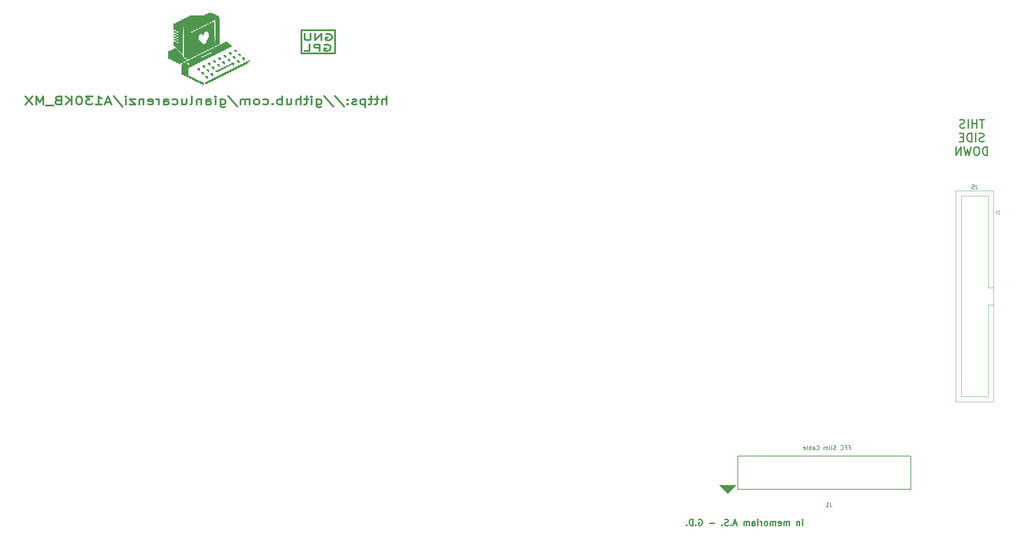
<source format=gbo>
%TF.GenerationSoftware,KiCad,Pcbnew,5.1.9+dfsg1-1~bpo10+1*%
%TF.CreationDate,2021-04-03T18:05:08+02:00*%
%TF.ProjectId,A130XE_KB_MX,41313330-5845-45f4-9b42-5f4d582e6b69,2.0*%
%TF.SameCoordinates,Original*%
%TF.FileFunction,Legend,Bot*%
%TF.FilePolarity,Positive*%
%FSLAX46Y46*%
G04 Gerber Fmt 4.6, Leading zero omitted, Abs format (unit mm)*
G04 Created by KiCad (PCBNEW 5.1.9+dfsg1-1~bpo10+1) date 2021-04-03 18:05:08*
%MOMM*%
%LPD*%
G01*
G04 APERTURE LIST*
%ADD10C,0.150000*%
%ADD11C,0.400000*%
%ADD12C,0.100000*%
%ADD13C,0.300000*%
%ADD14C,0.010000*%
%ADD15C,0.381000*%
%ADD16C,0.120000*%
G04 APERTURE END LIST*
D10*
X336285714Y-192928571D02*
X336619047Y-192928571D01*
X336619047Y-193452380D02*
X336619047Y-192452380D01*
X336142857Y-192452380D01*
X335428571Y-192928571D02*
X335761904Y-192928571D01*
X335761904Y-193452380D02*
X335761904Y-192452380D01*
X335285714Y-192452380D01*
X334333333Y-193357142D02*
X334380952Y-193404761D01*
X334523809Y-193452380D01*
X334619047Y-193452380D01*
X334761904Y-193404761D01*
X334857142Y-193309523D01*
X334904761Y-193214285D01*
X334952380Y-193023809D01*
X334952380Y-192880952D01*
X334904761Y-192690476D01*
X334857142Y-192595238D01*
X334761904Y-192500000D01*
X334619047Y-192452380D01*
X334523809Y-192452380D01*
X334380952Y-192500000D01*
X334333333Y-192547619D01*
X333190476Y-193404761D02*
X333047619Y-193452380D01*
X332809523Y-193452380D01*
X332714285Y-193404761D01*
X332666666Y-193357142D01*
X332619047Y-193261904D01*
X332619047Y-193166666D01*
X332666666Y-193071428D01*
X332714285Y-193023809D01*
X332809523Y-192976190D01*
X333000000Y-192928571D01*
X333095238Y-192880952D01*
X333142857Y-192833333D01*
X333190476Y-192738095D01*
X333190476Y-192642857D01*
X333142857Y-192547619D01*
X333095238Y-192500000D01*
X333000000Y-192452380D01*
X332761904Y-192452380D01*
X332619047Y-192500000D01*
X332047619Y-193452380D02*
X332142857Y-193404761D01*
X332190476Y-193309523D01*
X332190476Y-192452380D01*
X331666666Y-193452380D02*
X331666666Y-192785714D01*
X331666666Y-192452380D02*
X331714285Y-192500000D01*
X331666666Y-192547619D01*
X331619047Y-192500000D01*
X331666666Y-192452380D01*
X331666666Y-192547619D01*
X331190476Y-193452380D02*
X331190476Y-192785714D01*
X331190476Y-192880952D02*
X331142857Y-192833333D01*
X331047619Y-192785714D01*
X330904761Y-192785714D01*
X330809523Y-192833333D01*
X330761904Y-192928571D01*
X330761904Y-193452380D01*
X330761904Y-192928571D02*
X330714285Y-192833333D01*
X330619047Y-192785714D01*
X330476190Y-192785714D01*
X330380952Y-192833333D01*
X330333333Y-192928571D01*
X330333333Y-193452380D01*
X328523809Y-193357142D02*
X328571428Y-193404761D01*
X328714285Y-193452380D01*
X328809523Y-193452380D01*
X328952380Y-193404761D01*
X329047619Y-193309523D01*
X329095238Y-193214285D01*
X329142857Y-193023809D01*
X329142857Y-192880952D01*
X329095238Y-192690476D01*
X329047619Y-192595238D01*
X328952380Y-192500000D01*
X328809523Y-192452380D01*
X328714285Y-192452380D01*
X328571428Y-192500000D01*
X328523809Y-192547619D01*
X327666666Y-193452380D02*
X327666666Y-192928571D01*
X327714285Y-192833333D01*
X327809523Y-192785714D01*
X328000000Y-192785714D01*
X328095238Y-192833333D01*
X327666666Y-193404761D02*
X327761904Y-193452380D01*
X328000000Y-193452380D01*
X328095238Y-193404761D01*
X328142857Y-193309523D01*
X328142857Y-193214285D01*
X328095238Y-193119047D01*
X328000000Y-193071428D01*
X327761904Y-193071428D01*
X327666666Y-193023809D01*
X327190476Y-193452380D02*
X327190476Y-192452380D01*
X327190476Y-192833333D02*
X327095238Y-192785714D01*
X326904761Y-192785714D01*
X326809523Y-192833333D01*
X326761904Y-192880952D01*
X326714285Y-192976190D01*
X326714285Y-193261904D01*
X326761904Y-193357142D01*
X326809523Y-193404761D01*
X326904761Y-193452380D01*
X327095238Y-193452380D01*
X327190476Y-193404761D01*
X326142857Y-193452380D02*
X326238095Y-193404761D01*
X326285714Y-193309523D01*
X326285714Y-192452380D01*
X325380952Y-193404761D02*
X325476190Y-193452380D01*
X325666666Y-193452380D01*
X325761904Y-193404761D01*
X325809523Y-193309523D01*
X325809523Y-192928571D01*
X325761904Y-192833333D01*
X325666666Y-192785714D01*
X325476190Y-192785714D01*
X325380952Y-192833333D01*
X325333333Y-192928571D01*
X325333333Y-193023809D01*
X325809523Y-193119047D01*
D11*
X224511904Y-109904761D02*
X224511904Y-107904761D01*
X223440476Y-109904761D02*
X223440476Y-108857142D01*
X223559523Y-108666666D01*
X223797619Y-108571428D01*
X224154761Y-108571428D01*
X224392857Y-108666666D01*
X224511904Y-108761904D01*
X222607142Y-108571428D02*
X221654761Y-108571428D01*
X222250000Y-107904761D02*
X222250000Y-109619047D01*
X222130952Y-109809523D01*
X221892857Y-109904761D01*
X221654761Y-109904761D01*
X221178571Y-108571428D02*
X220226190Y-108571428D01*
X220821428Y-107904761D02*
X220821428Y-109619047D01*
X220702380Y-109809523D01*
X220464285Y-109904761D01*
X220226190Y-109904761D01*
X219392857Y-108571428D02*
X219392857Y-110571428D01*
X219392857Y-108666666D02*
X219154761Y-108571428D01*
X218678571Y-108571428D01*
X218440476Y-108666666D01*
X218321428Y-108761904D01*
X218202380Y-108952380D01*
X218202380Y-109523809D01*
X218321428Y-109714285D01*
X218440476Y-109809523D01*
X218678571Y-109904761D01*
X219154761Y-109904761D01*
X219392857Y-109809523D01*
X217250000Y-109809523D02*
X217011904Y-109904761D01*
X216535714Y-109904761D01*
X216297619Y-109809523D01*
X216178571Y-109619047D01*
X216178571Y-109523809D01*
X216297619Y-109333333D01*
X216535714Y-109238095D01*
X216892857Y-109238095D01*
X217130952Y-109142857D01*
X217250000Y-108952380D01*
X217250000Y-108857142D01*
X217130952Y-108666666D01*
X216892857Y-108571428D01*
X216535714Y-108571428D01*
X216297619Y-108666666D01*
X215107142Y-109714285D02*
X214988095Y-109809523D01*
X215107142Y-109904761D01*
X215226190Y-109809523D01*
X215107142Y-109714285D01*
X215107142Y-109904761D01*
X215107142Y-108666666D02*
X214988095Y-108761904D01*
X215107142Y-108857142D01*
X215226190Y-108761904D01*
X215107142Y-108666666D01*
X215107142Y-108857142D01*
X212130952Y-107809523D02*
X214273809Y-110380952D01*
X209511904Y-107809523D02*
X211654761Y-110380952D01*
X207607142Y-108571428D02*
X207607142Y-110190476D01*
X207726190Y-110380952D01*
X207845238Y-110476190D01*
X208083333Y-110571428D01*
X208440476Y-110571428D01*
X208678571Y-110476190D01*
X207607142Y-109809523D02*
X207845238Y-109904761D01*
X208321428Y-109904761D01*
X208559523Y-109809523D01*
X208678571Y-109714285D01*
X208797619Y-109523809D01*
X208797619Y-108952380D01*
X208678571Y-108761904D01*
X208559523Y-108666666D01*
X208321428Y-108571428D01*
X207845238Y-108571428D01*
X207607142Y-108666666D01*
X206416666Y-109904761D02*
X206416666Y-108571428D01*
X206416666Y-107904761D02*
X206535714Y-108000000D01*
X206416666Y-108095238D01*
X206297619Y-108000000D01*
X206416666Y-107904761D01*
X206416666Y-108095238D01*
X205583333Y-108571428D02*
X204630952Y-108571428D01*
X205226190Y-107904761D02*
X205226190Y-109619047D01*
X205107142Y-109809523D01*
X204869047Y-109904761D01*
X204630952Y-109904761D01*
X203797619Y-109904761D02*
X203797619Y-107904761D01*
X202726190Y-109904761D02*
X202726190Y-108857142D01*
X202845238Y-108666666D01*
X203083333Y-108571428D01*
X203440476Y-108571428D01*
X203678571Y-108666666D01*
X203797619Y-108761904D01*
X200464285Y-108571428D02*
X200464285Y-109904761D01*
X201535714Y-108571428D02*
X201535714Y-109619047D01*
X201416666Y-109809523D01*
X201178571Y-109904761D01*
X200821428Y-109904761D01*
X200583333Y-109809523D01*
X200464285Y-109714285D01*
X199273809Y-109904761D02*
X199273809Y-107904761D01*
X199273809Y-108666666D02*
X199035714Y-108571428D01*
X198559523Y-108571428D01*
X198321428Y-108666666D01*
X198202380Y-108761904D01*
X198083333Y-108952380D01*
X198083333Y-109523809D01*
X198202380Y-109714285D01*
X198321428Y-109809523D01*
X198559523Y-109904761D01*
X199035714Y-109904761D01*
X199273809Y-109809523D01*
X197011904Y-109714285D02*
X196892857Y-109809523D01*
X197011904Y-109904761D01*
X197130952Y-109809523D01*
X197011904Y-109714285D01*
X197011904Y-109904761D01*
X194750000Y-109809523D02*
X194988095Y-109904761D01*
X195464285Y-109904761D01*
X195702380Y-109809523D01*
X195821428Y-109714285D01*
X195940476Y-109523809D01*
X195940476Y-108952380D01*
X195821428Y-108761904D01*
X195702380Y-108666666D01*
X195464285Y-108571428D01*
X194988095Y-108571428D01*
X194750000Y-108666666D01*
X193321428Y-109904761D02*
X193559523Y-109809523D01*
X193678571Y-109714285D01*
X193797619Y-109523809D01*
X193797619Y-108952380D01*
X193678571Y-108761904D01*
X193559523Y-108666666D01*
X193321428Y-108571428D01*
X192964285Y-108571428D01*
X192726190Y-108666666D01*
X192607142Y-108761904D01*
X192488095Y-108952380D01*
X192488095Y-109523809D01*
X192607142Y-109714285D01*
X192726190Y-109809523D01*
X192964285Y-109904761D01*
X193321428Y-109904761D01*
X191416666Y-109904761D02*
X191416666Y-108571428D01*
X191416666Y-108761904D02*
X191297619Y-108666666D01*
X191059523Y-108571428D01*
X190702380Y-108571428D01*
X190464285Y-108666666D01*
X190345238Y-108857142D01*
X190345238Y-109904761D01*
X190345238Y-108857142D02*
X190226190Y-108666666D01*
X189988095Y-108571428D01*
X189630952Y-108571428D01*
X189392857Y-108666666D01*
X189273809Y-108857142D01*
X189273809Y-109904761D01*
X186297619Y-107809523D02*
X188440476Y-110380952D01*
X184392857Y-108571428D02*
X184392857Y-110190476D01*
X184511904Y-110380952D01*
X184630952Y-110476190D01*
X184869047Y-110571428D01*
X185226190Y-110571428D01*
X185464285Y-110476190D01*
X184392857Y-109809523D02*
X184630952Y-109904761D01*
X185107142Y-109904761D01*
X185345238Y-109809523D01*
X185464285Y-109714285D01*
X185583333Y-109523809D01*
X185583333Y-108952380D01*
X185464285Y-108761904D01*
X185345238Y-108666666D01*
X185107142Y-108571428D01*
X184630952Y-108571428D01*
X184392857Y-108666666D01*
X183202380Y-109904761D02*
X183202380Y-108571428D01*
X183202380Y-107904761D02*
X183321428Y-108000000D01*
X183202380Y-108095238D01*
X183083333Y-108000000D01*
X183202380Y-107904761D01*
X183202380Y-108095238D01*
X180940476Y-109904761D02*
X180940476Y-108857142D01*
X181059523Y-108666666D01*
X181297619Y-108571428D01*
X181773809Y-108571428D01*
X182011904Y-108666666D01*
X180940476Y-109809523D02*
X181178571Y-109904761D01*
X181773809Y-109904761D01*
X182011904Y-109809523D01*
X182130952Y-109619047D01*
X182130952Y-109428571D01*
X182011904Y-109238095D01*
X181773809Y-109142857D01*
X181178571Y-109142857D01*
X180940476Y-109047619D01*
X179750000Y-108571428D02*
X179750000Y-109904761D01*
X179750000Y-108761904D02*
X179630952Y-108666666D01*
X179392857Y-108571428D01*
X179035714Y-108571428D01*
X178797619Y-108666666D01*
X178678571Y-108857142D01*
X178678571Y-109904761D01*
X177130952Y-109904761D02*
X177369047Y-109809523D01*
X177488095Y-109619047D01*
X177488095Y-107904761D01*
X175107142Y-108571428D02*
X175107142Y-109904761D01*
X176178571Y-108571428D02*
X176178571Y-109619047D01*
X176059523Y-109809523D01*
X175821428Y-109904761D01*
X175464285Y-109904761D01*
X175226190Y-109809523D01*
X175107142Y-109714285D01*
X172845238Y-109809523D02*
X173083333Y-109904761D01*
X173559523Y-109904761D01*
X173797619Y-109809523D01*
X173916666Y-109714285D01*
X174035714Y-109523809D01*
X174035714Y-108952380D01*
X173916666Y-108761904D01*
X173797619Y-108666666D01*
X173559523Y-108571428D01*
X173083333Y-108571428D01*
X172845238Y-108666666D01*
X170702380Y-109904761D02*
X170702380Y-108857142D01*
X170821428Y-108666666D01*
X171059523Y-108571428D01*
X171535714Y-108571428D01*
X171773809Y-108666666D01*
X170702380Y-109809523D02*
X170940476Y-109904761D01*
X171535714Y-109904761D01*
X171773809Y-109809523D01*
X171892857Y-109619047D01*
X171892857Y-109428571D01*
X171773809Y-109238095D01*
X171535714Y-109142857D01*
X170940476Y-109142857D01*
X170702380Y-109047619D01*
X169511904Y-109904761D02*
X169511904Y-108571428D01*
X169511904Y-108952380D02*
X169392857Y-108761904D01*
X169273809Y-108666666D01*
X169035714Y-108571428D01*
X168797619Y-108571428D01*
X167011904Y-109809523D02*
X167250000Y-109904761D01*
X167726190Y-109904761D01*
X167964285Y-109809523D01*
X168083333Y-109619047D01*
X168083333Y-108857142D01*
X167964285Y-108666666D01*
X167726190Y-108571428D01*
X167250000Y-108571428D01*
X167011904Y-108666666D01*
X166892857Y-108857142D01*
X166892857Y-109047619D01*
X168083333Y-109238095D01*
X165821428Y-108571428D02*
X165821428Y-109904761D01*
X165821428Y-108761904D02*
X165702380Y-108666666D01*
X165464285Y-108571428D01*
X165107142Y-108571428D01*
X164869047Y-108666666D01*
X164750000Y-108857142D01*
X164750000Y-109904761D01*
X163797619Y-108571428D02*
X162488095Y-108571428D01*
X163797619Y-109904761D01*
X162488095Y-109904761D01*
X161535714Y-109904761D02*
X161535714Y-108571428D01*
X161535714Y-107904761D02*
X161654761Y-108000000D01*
X161535714Y-108095238D01*
X161416666Y-108000000D01*
X161535714Y-107904761D01*
X161535714Y-108095238D01*
X158559523Y-107809523D02*
X160702380Y-110380952D01*
X157845238Y-109333333D02*
X156654761Y-109333333D01*
X158083333Y-109904761D02*
X157250000Y-107904761D01*
X156416666Y-109904761D01*
X154273809Y-109904761D02*
X155702380Y-109904761D01*
X154988095Y-109904761D02*
X154988095Y-107904761D01*
X155226190Y-108190476D01*
X155464285Y-108380952D01*
X155702380Y-108476190D01*
X153440476Y-107904761D02*
X151892857Y-107904761D01*
X152726190Y-108666666D01*
X152369047Y-108666666D01*
X152130952Y-108761904D01*
X152011904Y-108857142D01*
X151892857Y-109047619D01*
X151892857Y-109523809D01*
X152011904Y-109714285D01*
X152130952Y-109809523D01*
X152369047Y-109904761D01*
X153083333Y-109904761D01*
X153321428Y-109809523D01*
X153440476Y-109714285D01*
X150345238Y-107904761D02*
X150107142Y-107904761D01*
X149869047Y-108000000D01*
X149750000Y-108095238D01*
X149630952Y-108285714D01*
X149511904Y-108666666D01*
X149511904Y-109142857D01*
X149630952Y-109523809D01*
X149750000Y-109714285D01*
X149869047Y-109809523D01*
X150107142Y-109904761D01*
X150345238Y-109904761D01*
X150583333Y-109809523D01*
X150702380Y-109714285D01*
X150821428Y-109523809D01*
X150940476Y-109142857D01*
X150940476Y-108666666D01*
X150821428Y-108285714D01*
X150702380Y-108095238D01*
X150583333Y-108000000D01*
X150345238Y-107904761D01*
X148440476Y-109904761D02*
X148440476Y-107904761D01*
X147011904Y-109904761D02*
X148083333Y-108761904D01*
X147011904Y-107904761D02*
X148440476Y-109047619D01*
X145107142Y-108857142D02*
X144750000Y-108952380D01*
X144630952Y-109047619D01*
X144511904Y-109238095D01*
X144511904Y-109523809D01*
X144630952Y-109714285D01*
X144750000Y-109809523D01*
X144988095Y-109904761D01*
X145940476Y-109904761D01*
X145940476Y-107904761D01*
X145107142Y-107904761D01*
X144869047Y-108000000D01*
X144750000Y-108095238D01*
X144630952Y-108285714D01*
X144630952Y-108476190D01*
X144750000Y-108666666D01*
X144869047Y-108761904D01*
X145107142Y-108857142D01*
X145940476Y-108857142D01*
X144035714Y-110095238D02*
X142130952Y-110095238D01*
X141535714Y-109904761D02*
X141535714Y-107904761D01*
X140702380Y-109333333D01*
X139869047Y-107904761D01*
X139869047Y-109904761D01*
X138916666Y-107904761D02*
X137250000Y-109904761D01*
X137250000Y-107904761D02*
X138916666Y-109904761D01*
D12*
G36*
X307000000Y-204000000D02*
G01*
X305000000Y-202000000D01*
X309000000Y-202000000D01*
X307000000Y-204000000D01*
G37*
X307000000Y-204000000D02*
X305000000Y-202000000D01*
X309000000Y-202000000D01*
X307000000Y-204000000D01*
D13*
X369047619Y-113604761D02*
X367904761Y-113604761D01*
X368476190Y-115604761D02*
X368476190Y-113604761D01*
X367238095Y-115604761D02*
X367238095Y-113604761D01*
X367238095Y-114557142D02*
X366095238Y-114557142D01*
X366095238Y-115604761D02*
X366095238Y-113604761D01*
X365142857Y-115604761D02*
X365142857Y-113604761D01*
X364285714Y-115509523D02*
X364000000Y-115604761D01*
X363523809Y-115604761D01*
X363333333Y-115509523D01*
X363238095Y-115414285D01*
X363142857Y-115223809D01*
X363142857Y-115033333D01*
X363238095Y-114842857D01*
X363333333Y-114747619D01*
X363523809Y-114652380D01*
X363904761Y-114557142D01*
X364095238Y-114461904D01*
X364190476Y-114366666D01*
X364285714Y-114176190D01*
X364285714Y-113985714D01*
X364190476Y-113795238D01*
X364095238Y-113700000D01*
X363904761Y-113604761D01*
X363428571Y-113604761D01*
X363142857Y-113700000D01*
X368952380Y-118809523D02*
X368666666Y-118904761D01*
X368190476Y-118904761D01*
X368000000Y-118809523D01*
X367904761Y-118714285D01*
X367809523Y-118523809D01*
X367809523Y-118333333D01*
X367904761Y-118142857D01*
X368000000Y-118047619D01*
X368190476Y-117952380D01*
X368571428Y-117857142D01*
X368761904Y-117761904D01*
X368857142Y-117666666D01*
X368952380Y-117476190D01*
X368952380Y-117285714D01*
X368857142Y-117095238D01*
X368761904Y-117000000D01*
X368571428Y-116904761D01*
X368095238Y-116904761D01*
X367809523Y-117000000D01*
X366952380Y-118904761D02*
X366952380Y-116904761D01*
X366000000Y-118904761D02*
X366000000Y-116904761D01*
X365523809Y-116904761D01*
X365238095Y-117000000D01*
X365047619Y-117190476D01*
X364952380Y-117380952D01*
X364857142Y-117761904D01*
X364857142Y-118047619D01*
X364952380Y-118428571D01*
X365047619Y-118619047D01*
X365238095Y-118809523D01*
X365523809Y-118904761D01*
X366000000Y-118904761D01*
X364000000Y-117857142D02*
X363333333Y-117857142D01*
X363047619Y-118904761D02*
X364000000Y-118904761D01*
X364000000Y-116904761D01*
X363047619Y-116904761D01*
X369761904Y-122204761D02*
X369761904Y-120204761D01*
X369285714Y-120204761D01*
X369000000Y-120300000D01*
X368809523Y-120490476D01*
X368714285Y-120680952D01*
X368619047Y-121061904D01*
X368619047Y-121347619D01*
X368714285Y-121728571D01*
X368809523Y-121919047D01*
X369000000Y-122109523D01*
X369285714Y-122204761D01*
X369761904Y-122204761D01*
X367380952Y-120204761D02*
X367000000Y-120204761D01*
X366809523Y-120300000D01*
X366619047Y-120490476D01*
X366523809Y-120871428D01*
X366523809Y-121538095D01*
X366619047Y-121919047D01*
X366809523Y-122109523D01*
X367000000Y-122204761D01*
X367380952Y-122204761D01*
X367571428Y-122109523D01*
X367761904Y-121919047D01*
X367857142Y-121538095D01*
X367857142Y-120871428D01*
X367761904Y-120490476D01*
X367571428Y-120300000D01*
X367380952Y-120204761D01*
X365857142Y-120204761D02*
X365380952Y-122204761D01*
X365000000Y-120776190D01*
X364619047Y-122204761D01*
X364142857Y-120204761D01*
X363380952Y-122204761D02*
X363380952Y-120204761D01*
X362238095Y-122204761D01*
X362238095Y-120204761D01*
X325100000Y-211778571D02*
X325100000Y-210778571D01*
X325100000Y-210278571D02*
X325171428Y-210350000D01*
X325100000Y-210421428D01*
X325028571Y-210350000D01*
X325100000Y-210278571D01*
X325100000Y-210421428D01*
X324385714Y-210778571D02*
X324385714Y-211778571D01*
X324385714Y-210921428D02*
X324314285Y-210850000D01*
X324171428Y-210778571D01*
X323957142Y-210778571D01*
X323814285Y-210850000D01*
X323742857Y-210992857D01*
X323742857Y-211778571D01*
X321885714Y-211778571D02*
X321885714Y-210778571D01*
X321885714Y-210921428D02*
X321814285Y-210850000D01*
X321671428Y-210778571D01*
X321457142Y-210778571D01*
X321314285Y-210850000D01*
X321242857Y-210992857D01*
X321242857Y-211778571D01*
X321242857Y-210992857D02*
X321171428Y-210850000D01*
X321028571Y-210778571D01*
X320814285Y-210778571D01*
X320671428Y-210850000D01*
X320600000Y-210992857D01*
X320600000Y-211778571D01*
X319314285Y-211707142D02*
X319457142Y-211778571D01*
X319742857Y-211778571D01*
X319885714Y-211707142D01*
X319957142Y-211564285D01*
X319957142Y-210992857D01*
X319885714Y-210850000D01*
X319742857Y-210778571D01*
X319457142Y-210778571D01*
X319314285Y-210850000D01*
X319242857Y-210992857D01*
X319242857Y-211135714D01*
X319957142Y-211278571D01*
X318600000Y-211778571D02*
X318600000Y-210778571D01*
X318600000Y-210921428D02*
X318528571Y-210850000D01*
X318385714Y-210778571D01*
X318171428Y-210778571D01*
X318028571Y-210850000D01*
X317957142Y-210992857D01*
X317957142Y-211778571D01*
X317957142Y-210992857D02*
X317885714Y-210850000D01*
X317742857Y-210778571D01*
X317528571Y-210778571D01*
X317385714Y-210850000D01*
X317314285Y-210992857D01*
X317314285Y-211778571D01*
X316385714Y-211778571D02*
X316528571Y-211707142D01*
X316600000Y-211635714D01*
X316671428Y-211492857D01*
X316671428Y-211064285D01*
X316600000Y-210921428D01*
X316528571Y-210850000D01*
X316385714Y-210778571D01*
X316171428Y-210778571D01*
X316028571Y-210850000D01*
X315957142Y-210921428D01*
X315885714Y-211064285D01*
X315885714Y-211492857D01*
X315957142Y-211635714D01*
X316028571Y-211707142D01*
X316171428Y-211778571D01*
X316385714Y-211778571D01*
X315242857Y-211778571D02*
X315242857Y-210778571D01*
X315242857Y-211064285D02*
X315171428Y-210921428D01*
X315100000Y-210850000D01*
X314957142Y-210778571D01*
X314814285Y-210778571D01*
X314314285Y-211778571D02*
X314314285Y-210778571D01*
X314314285Y-210278571D02*
X314385714Y-210350000D01*
X314314285Y-210421428D01*
X314242857Y-210350000D01*
X314314285Y-210278571D01*
X314314285Y-210421428D01*
X312957142Y-211778571D02*
X312957142Y-210992857D01*
X313028571Y-210850000D01*
X313171428Y-210778571D01*
X313457142Y-210778571D01*
X313600000Y-210850000D01*
X312957142Y-211707142D02*
X313100000Y-211778571D01*
X313457142Y-211778571D01*
X313600000Y-211707142D01*
X313671428Y-211564285D01*
X313671428Y-211421428D01*
X313600000Y-211278571D01*
X313457142Y-211207142D01*
X313100000Y-211207142D01*
X312957142Y-211135714D01*
X312242857Y-211778571D02*
X312242857Y-210778571D01*
X312242857Y-210921428D02*
X312171428Y-210850000D01*
X312028571Y-210778571D01*
X311814285Y-210778571D01*
X311671428Y-210850000D01*
X311600000Y-210992857D01*
X311600000Y-211778571D01*
X311600000Y-210992857D02*
X311528571Y-210850000D01*
X311385714Y-210778571D01*
X311171428Y-210778571D01*
X311028571Y-210850000D01*
X310957142Y-210992857D01*
X310957142Y-211778571D01*
X309171428Y-211350000D02*
X308457142Y-211350000D01*
X309314285Y-211778571D02*
X308814285Y-210278571D01*
X308314285Y-211778571D01*
X307814285Y-211635714D02*
X307742857Y-211707142D01*
X307814285Y-211778571D01*
X307885714Y-211707142D01*
X307814285Y-211635714D01*
X307814285Y-211778571D01*
X307171428Y-211707142D02*
X306957142Y-211778571D01*
X306600000Y-211778571D01*
X306457142Y-211707142D01*
X306385714Y-211635714D01*
X306314285Y-211492857D01*
X306314285Y-211350000D01*
X306385714Y-211207142D01*
X306457142Y-211135714D01*
X306600000Y-211064285D01*
X306885714Y-210992857D01*
X307028571Y-210921428D01*
X307100000Y-210850000D01*
X307171428Y-210707142D01*
X307171428Y-210564285D01*
X307100000Y-210421428D01*
X307028571Y-210350000D01*
X306885714Y-210278571D01*
X306528571Y-210278571D01*
X306314285Y-210350000D01*
X305671428Y-211635714D02*
X305600000Y-211707142D01*
X305671428Y-211778571D01*
X305742857Y-211707142D01*
X305671428Y-211635714D01*
X305671428Y-211778571D01*
X303814285Y-211207142D02*
X302671428Y-211207142D01*
X300028571Y-210350000D02*
X300171428Y-210278571D01*
X300385714Y-210278571D01*
X300600000Y-210350000D01*
X300742857Y-210492857D01*
X300814285Y-210635714D01*
X300885714Y-210921428D01*
X300885714Y-211135714D01*
X300814285Y-211421428D01*
X300742857Y-211564285D01*
X300600000Y-211707142D01*
X300385714Y-211778571D01*
X300242857Y-211778571D01*
X300028571Y-211707142D01*
X299957142Y-211635714D01*
X299957142Y-211135714D01*
X300242857Y-211135714D01*
X299314285Y-211635714D02*
X299242857Y-211707142D01*
X299314285Y-211778571D01*
X299385714Y-211707142D01*
X299314285Y-211635714D01*
X299314285Y-211778571D01*
X298600000Y-211778571D02*
X298600000Y-210278571D01*
X298242857Y-210278571D01*
X298028571Y-210350000D01*
X297885714Y-210492857D01*
X297814285Y-210635714D01*
X297742857Y-210921428D01*
X297742857Y-211135714D01*
X297814285Y-211421428D01*
X297885714Y-211564285D01*
X298028571Y-211707142D01*
X298242857Y-211778571D01*
X298600000Y-211778571D01*
X297100000Y-211635714D02*
X297028571Y-211707142D01*
X297100000Y-211778571D01*
X297171428Y-211707142D01*
X297100000Y-211635714D01*
X297100000Y-211778571D01*
D14*
G36*
X181825500Y-87770671D02*
G01*
X181522950Y-87805559D01*
X181368888Y-87863440D01*
X181338667Y-87922169D01*
X181263439Y-88011883D01*
X181034407Y-88041333D01*
X180811547Y-88066621D01*
X180704835Y-88157924D01*
X180685866Y-88210666D01*
X180664651Y-88265471D01*
X180619384Y-88306975D01*
X180528941Y-88337024D01*
X180372194Y-88357462D01*
X180128018Y-88370133D01*
X179775287Y-88376883D01*
X179292875Y-88379556D01*
X178746459Y-88380000D01*
X178133558Y-88380546D01*
X177669356Y-88383416D01*
X177333220Y-88390452D01*
X177104515Y-88403499D01*
X176962609Y-88424399D01*
X176886867Y-88454996D01*
X176856655Y-88497135D01*
X176851334Y-88549333D01*
X176818186Y-88666041D01*
X176688778Y-88713131D01*
X176555000Y-88718666D01*
X176331122Y-88748671D01*
X176258667Y-88839961D01*
X176186874Y-88962931D01*
X176016275Y-89028055D01*
X175814043Y-89011033D01*
X175799877Y-89005923D01*
X175669945Y-89012247D01*
X175608742Y-89131003D01*
X175530621Y-89261235D01*
X175356658Y-89308965D01*
X175275126Y-89311333D01*
X175075060Y-89331734D01*
X174996444Y-89410606D01*
X174988667Y-89480666D01*
X174960267Y-89591450D01*
X174845478Y-89640412D01*
X174650000Y-89650000D01*
X174428432Y-89664200D01*
X174330508Y-89721594D01*
X174311334Y-89819333D01*
X174277342Y-89937011D01*
X174145437Y-89983722D01*
X174021209Y-89988666D01*
X173797618Y-90020123D01*
X173705535Y-90122724D01*
X173703389Y-90132471D01*
X173617665Y-90241051D01*
X173399993Y-90280200D01*
X173379681Y-90280637D01*
X173083667Y-90285000D01*
X173059323Y-91068166D01*
X173034979Y-91851333D01*
X173342416Y-91851333D01*
X173566278Y-91875970D01*
X173673854Y-91965245D01*
X173694135Y-92020666D01*
X173776371Y-92144588D01*
X173963891Y-92188679D01*
X174024875Y-92190000D01*
X174224941Y-92210400D01*
X174303557Y-92289273D01*
X174311334Y-92359333D01*
X174278186Y-92476041D01*
X174148778Y-92523131D01*
X174015000Y-92528666D01*
X173810761Y-92509724D01*
X173728354Y-92435777D01*
X173718667Y-92359333D01*
X173690843Y-92249330D01*
X173577889Y-92200171D01*
X173373792Y-92190000D01*
X173152570Y-92202933D01*
X173061287Y-92253652D01*
X173056997Y-92338166D01*
X173147209Y-92453904D01*
X173376067Y-92510262D01*
X173401871Y-92512610D01*
X173630542Y-92560669D01*
X173718410Y-92649190D01*
X173718667Y-92655072D01*
X173791270Y-92770377D01*
X173961212Y-92845265D01*
X174149371Y-92849089D01*
X174256335Y-92896936D01*
X174291347Y-92973166D01*
X174280743Y-93073729D01*
X174163919Y-93115675D01*
X174021209Y-93121333D01*
X173791504Y-93090873D01*
X173718667Y-93003391D01*
X173649517Y-92882270D01*
X173484612Y-92820046D01*
X173287770Y-92818960D01*
X173122809Y-92881251D01*
X173056292Y-92980149D01*
X173071959Y-93072297D01*
X173191028Y-93113737D01*
X173373792Y-93121333D01*
X173597831Y-93134995D01*
X173697952Y-93190455D01*
X173718667Y-93290666D01*
X173690843Y-93400669D01*
X173577889Y-93449828D01*
X173373792Y-93460000D01*
X173152570Y-93472933D01*
X173061287Y-93523652D01*
X173056997Y-93608166D01*
X173147209Y-93723904D01*
X173376067Y-93780262D01*
X173401871Y-93782610D01*
X173611510Y-93786678D01*
X173701470Y-93737059D01*
X173718667Y-93634444D01*
X173749957Y-93514648D01*
X173874450Y-93466138D01*
X174015000Y-93460000D01*
X174219240Y-93478941D01*
X174301647Y-93552888D01*
X174311334Y-93629333D01*
X174278186Y-93746041D01*
X174148778Y-93793131D01*
X174015000Y-93798666D01*
X173795827Y-93826206D01*
X173719203Y-93914100D01*
X173718667Y-93925666D01*
X173645450Y-94028040D01*
X173513925Y-94052666D01*
X173228439Y-94088785D01*
X173067840Y-94189697D01*
X173041334Y-94273391D01*
X173110918Y-94358126D01*
X173328219Y-94390669D01*
X173380000Y-94391333D01*
X173620004Y-94368464D01*
X173715248Y-94295346D01*
X173718667Y-94270038D01*
X173790475Y-94147400D01*
X173960368Y-94081516D01*
X174160051Y-94097658D01*
X174172406Y-94102138D01*
X174307668Y-94198876D01*
X174297407Y-94301481D01*
X174160506Y-94375262D01*
X174015000Y-94391333D01*
X173810761Y-94410275D01*
X173728354Y-94484222D01*
X173718667Y-94560666D01*
X173690267Y-94671450D01*
X173575478Y-94720412D01*
X173380000Y-94730000D01*
X173041334Y-94730000D01*
X173041334Y-95195666D01*
X173048684Y-95464774D01*
X173080462Y-95604964D01*
X173151260Y-95656366D01*
X173210667Y-95661333D01*
X173352171Y-95721201D01*
X173380000Y-95830666D01*
X173439869Y-95972170D01*
X173549334Y-96000000D01*
X173690838Y-96059868D01*
X173718667Y-96169333D01*
X173767803Y-96306650D01*
X173836609Y-96338666D01*
X173967314Y-96406961D01*
X174003285Y-96465666D01*
X173989519Y-96570081D01*
X173885343Y-96592666D01*
X173749538Y-96539098D01*
X173718667Y-96465666D01*
X173662744Y-96377359D01*
X173477365Y-96340971D01*
X173380000Y-96338666D01*
X173136687Y-96362899D01*
X173043239Y-96438575D01*
X173041334Y-96456608D01*
X172964873Y-96588547D01*
X172760771Y-96665495D01*
X172611076Y-96677333D01*
X172477611Y-96729981D01*
X172448667Y-96799222D01*
X172368193Y-96896576D01*
X172132690Y-96947262D01*
X172131167Y-96947389D01*
X171813667Y-96973666D01*
X171789728Y-97926166D01*
X171765788Y-98878666D01*
X172107228Y-98878666D01*
X172351561Y-98902507D01*
X172446426Y-98977128D01*
X172448667Y-98996608D01*
X172519147Y-99126967D01*
X172685584Y-99184315D01*
X172834718Y-99161346D01*
X172960278Y-99181082D01*
X173013926Y-99291003D01*
X173089775Y-99419578D01*
X173258797Y-99468172D01*
X173355468Y-99471333D01*
X173575247Y-99498815D01*
X173679251Y-99596881D01*
X173694135Y-99640666D01*
X173779725Y-99766737D01*
X173974133Y-99809361D01*
X174015001Y-99810000D01*
X174229345Y-99842216D01*
X174328307Y-99954415D01*
X174335866Y-99979333D01*
X174425167Y-100117398D01*
X174547422Y-100141626D01*
X174637405Y-100053078D01*
X174650000Y-99974222D01*
X174674669Y-99860098D01*
X174779898Y-99819687D01*
X174960956Y-99826055D01*
X175182659Y-99876306D01*
X175300667Y-99962602D01*
X175294751Y-100055899D01*
X175166921Y-100121801D01*
X175098158Y-100147675D01*
X175049802Y-100200883D01*
X175018272Y-100307695D01*
X174999982Y-100494381D01*
X174991350Y-100787209D01*
X174988792Y-101212449D01*
X174988667Y-101428541D01*
X174988667Y-102688666D01*
X175275126Y-102688666D01*
X175496291Y-102720139D01*
X175596902Y-102827201D01*
X175603282Y-102848117D01*
X175674881Y-102958663D01*
X175839133Y-102982806D01*
X175917602Y-102975826D01*
X176119262Y-102976305D01*
X176214777Y-103056590D01*
X176234320Y-103112708D01*
X176316879Y-103236234D01*
X176505390Y-103280076D01*
X176564875Y-103281333D01*
X176764941Y-103301734D01*
X176843557Y-103380606D01*
X176851334Y-103450666D01*
X176879734Y-103561450D01*
X176994523Y-103610412D01*
X177190000Y-103620000D01*
X177411569Y-103634200D01*
X177509493Y-103691594D01*
X177528667Y-103789333D01*
X177563179Y-103907597D01*
X177696606Y-103954069D01*
X177815126Y-103958666D01*
X178030357Y-103986997D01*
X178132587Y-104089442D01*
X178147661Y-104134862D01*
X178248216Y-104275119D01*
X178390369Y-104294824D01*
X178641664Y-104286781D01*
X178765089Y-104324835D01*
X178798651Y-104421040D01*
X178798667Y-104424333D01*
X178862927Y-104518264D01*
X179068012Y-104551103D01*
X179095000Y-104551333D01*
X179299240Y-104570275D01*
X179381647Y-104644222D01*
X179391334Y-104720666D01*
X179419734Y-104831450D01*
X179534523Y-104880412D01*
X179730000Y-104890000D01*
X179951569Y-104904200D01*
X180049493Y-104961594D01*
X180068667Y-105059333D01*
X180121607Y-105197237D01*
X180195667Y-105228666D01*
X180303313Y-105157706D01*
X180333250Y-105059333D01*
X180347877Y-104836119D01*
X180354417Y-104741833D01*
X180316070Y-104634490D01*
X180158050Y-104579517D01*
X180056174Y-104567906D01*
X179824405Y-104518590D01*
X179714406Y-104405580D01*
X179701343Y-104366223D01*
X179620597Y-104237049D01*
X179472836Y-104238026D01*
X179238223Y-104253735D01*
X179086406Y-104175234D01*
X179052667Y-104076608D01*
X178974063Y-103986610D01*
X178756334Y-103958666D01*
X178552095Y-103939724D01*
X178469687Y-103865777D01*
X178460000Y-103789333D01*
X178425489Y-103671069D01*
X178292061Y-103624597D01*
X178173542Y-103620000D01*
X177956202Y-103590544D01*
X177854409Y-103486511D01*
X177842802Y-103450666D01*
X177763046Y-103328381D01*
X177580771Y-103283308D01*
X177504135Y-103281333D01*
X177282980Y-103253147D01*
X177179230Y-103154009D01*
X177166509Y-103115980D01*
X177086581Y-102995724D01*
X176911606Y-102989016D01*
X176908048Y-102989654D01*
X176732943Y-102997055D01*
X176653241Y-102964507D01*
X176637149Y-102862564D01*
X176620476Y-102635914D01*
X176604880Y-102329168D01*
X176592019Y-101986936D01*
X176583553Y-101653832D01*
X176581139Y-101374465D01*
X176586435Y-101193446D01*
X176587116Y-101185833D01*
X176664954Y-101089589D01*
X176714459Y-101080000D01*
X176828183Y-101009064D01*
X176875866Y-100910666D01*
X176952776Y-100790315D01*
X177128887Y-100744214D01*
X177224407Y-100741333D01*
X177446700Y-100715252D01*
X177527484Y-100631311D01*
X177528667Y-100614333D01*
X177549594Y-100533215D01*
X177640486Y-100487457D01*
X177843510Y-100460957D01*
X177950870Y-100453118D01*
X178072042Y-100374740D01*
X178105245Y-100296681D01*
X178183144Y-100188267D01*
X178382402Y-100149453D01*
X178431802Y-100148666D01*
X178652719Y-100122031D01*
X178669986Y-100106333D01*
X176851334Y-100106333D01*
X176814477Y-100311980D01*
X176727209Y-100408477D01*
X176624486Y-100375026D01*
X176566716Y-100275666D01*
X176453565Y-100163036D01*
X176388324Y-100148666D01*
X176281956Y-100077927D01*
X176258667Y-99979333D01*
X176291815Y-99862625D01*
X176421223Y-99815535D01*
X176555000Y-99810000D01*
X176753612Y-99823106D01*
X176835065Y-99897052D01*
X176851297Y-100083777D01*
X176851334Y-100106333D01*
X178669986Y-100106333D01*
X178757734Y-100026559D01*
X178774135Y-99979333D01*
X178859725Y-99853262D01*
X179054133Y-99810638D01*
X179095000Y-99810000D01*
X179309345Y-99777783D01*
X179408307Y-99665584D01*
X179415866Y-99640666D01*
X179495622Y-99518381D01*
X179677896Y-99473308D01*
X179754533Y-99471333D01*
X179972720Y-99444671D01*
X180076944Y-99347811D01*
X180094564Y-99296781D01*
X180175997Y-99163458D01*
X180252605Y-99137479D01*
X180515430Y-99139359D01*
X180648209Y-99060938D01*
X180661334Y-99005666D01*
X180723816Y-98912880D01*
X180924919Y-98879160D01*
X180965594Y-98878666D01*
X181188454Y-98853378D01*
X181295166Y-98762075D01*
X181314135Y-98709333D01*
X181399725Y-98583262D01*
X181594133Y-98540638D01*
X181635001Y-98540000D01*
X181849345Y-98507783D01*
X181948307Y-98395584D01*
X181955866Y-98370666D01*
X182032776Y-98250315D01*
X182208887Y-98204214D01*
X182304407Y-98201333D01*
X182526700Y-98175252D01*
X182607484Y-98091311D01*
X182608667Y-98074333D01*
X182682395Y-97963916D01*
X182892875Y-97931638D01*
X183017396Y-97942520D01*
X183125437Y-97884857D01*
X183175437Y-97783218D01*
X183253152Y-97657981D01*
X183428743Y-97611201D01*
X183515468Y-97608666D01*
X183735247Y-97581184D01*
X183839251Y-97483118D01*
X183854135Y-97439333D01*
X183857604Y-97434222D01*
X182270000Y-97434222D01*
X182231020Y-97549821D01*
X182086726Y-97608344D01*
X181952500Y-97624722D01*
X181750224Y-97664202D01*
X181654298Y-97729395D01*
X181652743Y-97746559D01*
X181589794Y-97818127D01*
X181410931Y-97881046D01*
X181335243Y-97895727D01*
X181091821Y-97965213D01*
X181000339Y-98067859D01*
X181000000Y-98075333D01*
X180931893Y-98170331D01*
X180718503Y-98201324D01*
X180713542Y-98201333D01*
X180496202Y-98230788D01*
X180394409Y-98334821D01*
X180382802Y-98370666D01*
X180305892Y-98491017D01*
X180129781Y-98537118D01*
X180034260Y-98540000D01*
X179826709Y-98522116D01*
X179741312Y-98451791D01*
X179730000Y-98370666D01*
X179763548Y-98253496D01*
X179894141Y-98206584D01*
X180023355Y-98201333D01*
X180274325Y-98158969D01*
X180407878Y-98030983D01*
X180540384Y-97903878D01*
X180716158Y-97900002D01*
X180893565Y-97895747D01*
X180974976Y-97779726D01*
X180976509Y-97774019D01*
X181064140Y-97650166D01*
X181264456Y-97609055D01*
X181296334Y-97608666D01*
X181510679Y-97576449D01*
X181609641Y-97464251D01*
X181617199Y-97439333D01*
X181716599Y-97317645D01*
X181893187Y-97259694D01*
X182084885Y-97265966D01*
X182229614Y-97336946D01*
X182270000Y-97434222D01*
X183857604Y-97434222D01*
X183939725Y-97313262D01*
X184134133Y-97270638D01*
X184175000Y-97270000D01*
X184389345Y-97237783D01*
X184488307Y-97125584D01*
X184495866Y-97100666D01*
X184575622Y-96978381D01*
X184757896Y-96933308D01*
X184834533Y-96931333D01*
X185055688Y-96903147D01*
X185117433Y-96844146D01*
X181632601Y-96844146D01*
X181524451Y-96912501D01*
X181282223Y-96931333D01*
X181083965Y-96952412D01*
X181007001Y-97033551D01*
X181000000Y-97100666D01*
X180966079Y-97218264D01*
X180834380Y-97265008D01*
X180709373Y-97270000D01*
X180485615Y-97300865D01*
X180376512Y-97408460D01*
X180365000Y-97439333D01*
X180270115Y-97565391D01*
X180066962Y-97608074D01*
X180026836Y-97608666D01*
X179804517Y-97641947D01*
X179715383Y-97749131D01*
X179714889Y-97751605D01*
X179627568Y-97860162D01*
X179406211Y-97899431D01*
X179391181Y-97899772D01*
X179170139Y-97932730D01*
X179095178Y-98025419D01*
X179095000Y-98032000D01*
X179018178Y-98133309D01*
X178784175Y-98184711D01*
X178777500Y-98185277D01*
X178560244Y-98223420D01*
X178470186Y-98305508D01*
X178460000Y-98375777D01*
X178429734Y-98483595D01*
X178309884Y-98531149D01*
X178121334Y-98540000D01*
X177911983Y-98554006D01*
X177799351Y-98589018D01*
X177792693Y-98603500D01*
X177782703Y-98781205D01*
X177660043Y-98863805D01*
X177486334Y-98878666D01*
X177267161Y-98906206D01*
X177190536Y-98994100D01*
X177190000Y-99005666D01*
X177120100Y-99117979D01*
X177041834Y-99142432D01*
X176865316Y-99161619D01*
X176809000Y-99171870D01*
X176646926Y-99200689D01*
X176618500Y-99204437D01*
X176534053Y-99280655D01*
X176533834Y-99323166D01*
X176472684Y-99404350D01*
X176267242Y-99452502D01*
X176237500Y-99455277D01*
X176021445Y-99492591D01*
X175931321Y-99573462D01*
X175920000Y-99650888D01*
X175894491Y-99760986D01*
X175787255Y-99800284D01*
X175602500Y-99793944D01*
X175365121Y-99743568D01*
X175285034Y-99643339D01*
X175285000Y-99640666D01*
X175364245Y-99537756D01*
X175593827Y-99487906D01*
X175826751Y-99437910D01*
X175936500Y-99323926D01*
X175947962Y-99288887D01*
X176020830Y-99171699D01*
X176089334Y-99175000D01*
X176183519Y-99156795D01*
X176231907Y-99056518D01*
X176282938Y-98951731D01*
X176395187Y-98898148D01*
X176613872Y-98879757D01*
X176734209Y-98878666D01*
X177000449Y-98870674D01*
X177137818Y-98837068D01*
X177186412Y-98763401D01*
X177190000Y-98714444D01*
X177191723Y-98709333D01*
X176258667Y-98709333D01*
X176226534Y-98824844D01*
X176100174Y-98872371D01*
X175954407Y-98878666D01*
X175731547Y-98853378D01*
X175624835Y-98762075D01*
X175605866Y-98709333D01*
X175523253Y-98571774D01*
X175450165Y-98540000D01*
X175340658Y-98469131D01*
X175269324Y-98311551D01*
X175269064Y-98149801D01*
X175282821Y-98120193D01*
X175260567Y-98018977D01*
X175161286Y-97929736D01*
X175026701Y-97805635D01*
X174988667Y-97715300D01*
X174917983Y-97628765D01*
X174819334Y-97608666D01*
X174677830Y-97548798D01*
X174650000Y-97439333D01*
X174590132Y-97297829D01*
X174480667Y-97270000D01*
X174338094Y-97209278D01*
X174311334Y-97110541D01*
X174239823Y-96961556D01*
X174142000Y-96906801D01*
X174004585Y-96832215D01*
X173972667Y-96769926D01*
X174043503Y-96694726D01*
X174142000Y-96677333D01*
X174279905Y-96730272D01*
X174311334Y-96804333D01*
X174381920Y-96907761D01*
X174480667Y-96931333D01*
X174622171Y-96991201D01*
X174650000Y-97100666D01*
X174709869Y-97242170D01*
X174819334Y-97270000D01*
X174959843Y-97328804D01*
X174988667Y-97445541D01*
X175034074Y-97580338D01*
X175136834Y-97592575D01*
X175174436Y-97575798D01*
X175205295Y-97530896D01*
X175230196Y-97442211D01*
X175249923Y-97294086D01*
X175265261Y-97070864D01*
X175276995Y-96756887D01*
X175285910Y-96336498D01*
X175292789Y-95794040D01*
X175298418Y-95113856D01*
X175299746Y-94899333D01*
X174311334Y-94899333D01*
X174278186Y-95016041D01*
X174148778Y-95063131D01*
X174015000Y-95068666D01*
X173810761Y-95049724D01*
X173728354Y-94975777D01*
X173718667Y-94899333D01*
X173751815Y-94782625D01*
X173881223Y-94735535D01*
X174015000Y-94730000D01*
X174219240Y-94748941D01*
X174301647Y-94822888D01*
X174311334Y-94899333D01*
X175299746Y-94899333D01*
X175303581Y-94280288D01*
X175303678Y-94263200D01*
X175309113Y-93419311D01*
X175315390Y-92729547D01*
X175323185Y-92178702D01*
X175333175Y-91751568D01*
X175346039Y-91432937D01*
X175362452Y-91207602D01*
X175383091Y-91060356D01*
X175408635Y-90975991D01*
X175439759Y-90939299D01*
X175451845Y-90934958D01*
X175482725Y-90943302D01*
X175508344Y-90991904D01*
X175529180Y-91094763D01*
X175545712Y-91265880D01*
X175558418Y-91519254D01*
X175567778Y-91868886D01*
X175574268Y-92328775D01*
X175578369Y-92912922D01*
X175580557Y-93635326D01*
X175581313Y-94509988D01*
X175581334Y-94723791D01*
X175581334Y-98540000D01*
X175920000Y-98540000D01*
X176141569Y-98554200D01*
X176239493Y-98611594D01*
X176258667Y-98709333D01*
X177191723Y-98709333D01*
X177228981Y-98598844D01*
X177373275Y-98540321D01*
X177507500Y-98523944D01*
X177744880Y-98473568D01*
X177824967Y-98373339D01*
X177825000Y-98370666D01*
X177904245Y-98267756D01*
X178133827Y-98217906D01*
X178375129Y-98163009D01*
X178481742Y-98042027D01*
X178484060Y-98033807D01*
X178574716Y-97914530D01*
X178749805Y-97900095D01*
X178970223Y-97863100D01*
X179058718Y-97766694D01*
X179213050Y-97640123D01*
X179436646Y-97608666D01*
X179639632Y-97589301D01*
X179720904Y-97513919D01*
X179730000Y-97439333D01*
X179758401Y-97328549D01*
X179873190Y-97279587D01*
X180068667Y-97270000D01*
X180290235Y-97255799D01*
X180388160Y-97198405D01*
X180407334Y-97100666D01*
X180441845Y-96982402D01*
X180575273Y-96935930D01*
X180693792Y-96931333D01*
X180911132Y-96901877D01*
X181012925Y-96797845D01*
X181024533Y-96762000D01*
X181128258Y-96643109D01*
X181311464Y-96590073D01*
X181499645Y-96609225D01*
X181618293Y-96706895D01*
X181620108Y-96711389D01*
X181632601Y-96844146D01*
X185117433Y-96844146D01*
X185159438Y-96804009D01*
X185172158Y-96765980D01*
X185247358Y-96647997D01*
X185413557Y-96636985D01*
X185443187Y-96641933D01*
X185623242Y-96642997D01*
X185707616Y-96539546D01*
X185716029Y-96510953D01*
X185794585Y-96387005D01*
X185972982Y-96340957D01*
X186055468Y-96338666D01*
X186275247Y-96311184D01*
X186379251Y-96213118D01*
X186394135Y-96169333D01*
X186398386Y-96162926D01*
X182915002Y-96162926D01*
X182851011Y-96256531D01*
X182633911Y-96318316D01*
X182596174Y-96322093D01*
X182345258Y-96382629D01*
X182248927Y-96494773D01*
X182145654Y-96600301D01*
X181954158Y-96633546D01*
X181742883Y-96586489D01*
X181692844Y-96559919D01*
X181620428Y-96466314D01*
X181692152Y-96387414D01*
X181882887Y-96342670D01*
X181978664Y-96338666D01*
X182180050Y-96319543D01*
X182260570Y-96243829D01*
X182270000Y-96164222D01*
X182294137Y-96050873D01*
X182397612Y-96009874D01*
X182587500Y-96016055D01*
X182826844Y-96071451D01*
X182915002Y-96162926D01*
X186398386Y-96162926D01*
X186476371Y-96045411D01*
X186663891Y-96001320D01*
X186724875Y-96000000D01*
X186918213Y-95985751D01*
X186996522Y-95908153D01*
X187011331Y-95714928D01*
X187011334Y-95709372D01*
X186980321Y-95485322D01*
X186872504Y-95376292D01*
X186842758Y-95365240D01*
X186663720Y-95345704D01*
X186583059Y-95368053D01*
X186494239Y-95345464D01*
X186445427Y-95246518D01*
X186341895Y-95101006D01*
X186239459Y-95068666D01*
X186105201Y-95004185D01*
X186080000Y-94899333D01*
X186012865Y-94774924D01*
X185852833Y-94718789D01*
X185661969Y-94730927D01*
X185502336Y-94811339D01*
X185445000Y-94899333D01*
X185348665Y-95026238D01*
X185142710Y-95068274D01*
X185110503Y-95068666D01*
X184896007Y-95099069D01*
X184795521Y-95206875D01*
X184784584Y-95241380D01*
X184713476Y-95363672D01*
X184561847Y-95368901D01*
X184527666Y-95360948D01*
X184340870Y-95357147D01*
X184221312Y-95484567D01*
X184081125Y-95620481D01*
X183834139Y-95661333D01*
X183833355Y-95661333D01*
X183630369Y-95680698D01*
X183549097Y-95756080D01*
X183540000Y-95830666D01*
X183510870Y-95942420D01*
X183393770Y-95991123D01*
X183208825Y-96000000D01*
X182991866Y-95985301D01*
X182903970Y-95928882D01*
X182898923Y-95851833D01*
X182980664Y-95736618D01*
X183199160Y-95680320D01*
X183230098Y-95677389D01*
X183460980Y-95626317D01*
X183540000Y-95529222D01*
X183611004Y-95425705D01*
X183709334Y-95396750D01*
X183892172Y-95377892D01*
X183963334Y-95365000D01*
X184103336Y-95334660D01*
X184111500Y-95333249D01*
X184125219Y-95249218D01*
X184137210Y-95014147D01*
X184147198Y-94646322D01*
X184154909Y-94164030D01*
X184160066Y-93585559D01*
X184162396Y-92929194D01*
X184161624Y-92213222D01*
X184161514Y-92183791D01*
X183201334Y-92183791D01*
X183200557Y-92967639D01*
X183197755Y-93598197D01*
X183192222Y-94091505D01*
X183183252Y-94463603D01*
X183170139Y-94730529D01*
X183152177Y-94908323D01*
X183128659Y-95013024D01*
X183098881Y-95060670D01*
X183074334Y-95068666D01*
X182960751Y-95011664D01*
X182945474Y-94962833D01*
X182944339Y-94853627D01*
X182942054Y-94597584D01*
X182938808Y-94217196D01*
X182934790Y-93734953D01*
X182932626Y-93470742D01*
X181628932Y-93470742D01*
X181607787Y-93655476D01*
X181556453Y-93747298D01*
X181489944Y-93778856D01*
X181375614Y-93872436D01*
X181338735Y-94091168D01*
X181338667Y-94104874D01*
X181318266Y-94304940D01*
X181239394Y-94383556D01*
X181169334Y-94391333D01*
X181058550Y-94419733D01*
X181009588Y-94534522D01*
X181000000Y-94730000D01*
X180984830Y-94953202D01*
X180925925Y-95051394D01*
X180840542Y-95068666D01*
X180688587Y-95138034D01*
X180641462Y-95220180D01*
X180540510Y-95330292D01*
X180364624Y-95366074D01*
X180188340Y-95328954D01*
X180086198Y-95220363D01*
X180083626Y-95209484D01*
X179988667Y-95092700D01*
X179893126Y-95068666D01*
X179756077Y-95005815D01*
X179730000Y-94899333D01*
X179670132Y-94757829D01*
X179560667Y-94730000D01*
X179418094Y-94669278D01*
X179391334Y-94570541D01*
X179320639Y-94418607D01*
X179235716Y-94370388D01*
X179149537Y-94319865D01*
X179098269Y-94199112D01*
X179071083Y-93970213D01*
X179061693Y-93761146D01*
X179057398Y-93453871D01*
X179075856Y-93275583D01*
X179126687Y-93186442D01*
X179209483Y-93149138D01*
X179365883Y-93044575D01*
X179415459Y-92953557D01*
X179517739Y-92845845D01*
X179702247Y-92807083D01*
X179897680Y-92834795D01*
X180032734Y-92926503D01*
X180053039Y-92975712D01*
X180135288Y-93100174D01*
X180201875Y-93121333D01*
X180303407Y-93077596D01*
X180336159Y-92924998D01*
X180326035Y-92755242D01*
X180384141Y-92607401D01*
X180485618Y-92554867D01*
X180629355Y-92451323D01*
X180661334Y-92349458D01*
X180693555Y-92244365D01*
X180818660Y-92198132D01*
X181000000Y-92190000D01*
X181222533Y-92204785D01*
X181320629Y-92263073D01*
X181338667Y-92353125D01*
X181399993Y-92500571D01*
X181477032Y-92543625D01*
X181553711Y-92593111D01*
X181599427Y-92726732D01*
X181622619Y-92978599D01*
X181628309Y-93155148D01*
X181628932Y-93470742D01*
X182932626Y-93470742D01*
X182930190Y-93173346D01*
X182925195Y-92554866D01*
X182924307Y-92444000D01*
X182918606Y-91731374D01*
X179083649Y-91731374D01*
X178984285Y-91813325D01*
X178765180Y-91851171D01*
X178747275Y-91851333D01*
X178546863Y-91871607D01*
X178467930Y-91950053D01*
X178460000Y-92020666D01*
X178426079Y-92138264D01*
X178294380Y-92185008D01*
X178169373Y-92190000D01*
X177945615Y-92220865D01*
X177836512Y-92328460D01*
X177825000Y-92359333D01*
X177732460Y-92483997D01*
X177533932Y-92527668D01*
X177480628Y-92528666D01*
X177278794Y-92508902D01*
X177198567Y-92432168D01*
X177190000Y-92359333D01*
X177218053Y-92249018D01*
X177331737Y-92199936D01*
X177532379Y-92190000D01*
X177753225Y-92176573D01*
X177844474Y-92124333D01*
X177849879Y-92041833D01*
X177871450Y-91938072D01*
X178005671Y-91883933D01*
X178142500Y-91867389D01*
X178372601Y-91819067D01*
X178459796Y-91729549D01*
X178460000Y-91724219D01*
X178513138Y-91583185D01*
X178683475Y-91541202D01*
X178868398Y-91564712D01*
X179049582Y-91637706D01*
X179083649Y-91731374D01*
X182918606Y-91731374D01*
X182908218Y-90433166D01*
X181640736Y-90433166D01*
X181622264Y-90531153D01*
X181502666Y-90574103D01*
X181331176Y-90581333D01*
X181111819Y-90596720D01*
X181016449Y-90657330D01*
X181000000Y-90745555D01*
X180961020Y-90861155D01*
X180816726Y-90919678D01*
X180682500Y-90936055D01*
X180445121Y-90986431D01*
X180365034Y-91086660D01*
X180365000Y-91089333D01*
X180288178Y-91190643D01*
X180054175Y-91242044D01*
X180047500Y-91242610D01*
X179819034Y-91290390D01*
X179730318Y-91378100D01*
X179730000Y-91384569D01*
X179659858Y-91501124D01*
X179581834Y-91538970D01*
X179449526Y-91576419D01*
X179419425Y-91587511D01*
X179340757Y-91570510D01*
X179271259Y-91545941D01*
X179139188Y-91450241D01*
X179151703Y-91348225D01*
X179289126Y-91274698D01*
X179433667Y-91258666D01*
X179637906Y-91239724D01*
X179720314Y-91165777D01*
X179730000Y-91089333D01*
X179758401Y-90978549D01*
X179873190Y-90929587D01*
X180068667Y-90920000D01*
X180278018Y-90905993D01*
X180390650Y-90870981D01*
X180397308Y-90856500D01*
X180408222Y-90676972D01*
X180533869Y-90594680D01*
X180693792Y-90581333D01*
X180913722Y-90550509D01*
X181014772Y-90444440D01*
X181022707Y-90418981D01*
X181124552Y-90304530D01*
X181304913Y-90261236D01*
X181494145Y-90287501D01*
X181622602Y-90381726D01*
X181640736Y-90433166D01*
X182908218Y-90433166D01*
X182905000Y-90031000D01*
X182587500Y-90004722D01*
X182365149Y-90006205D01*
X182275472Y-90065957D01*
X182270000Y-90100680D01*
X182197777Y-90214045D01*
X182028788Y-90283028D01*
X181834551Y-90282050D01*
X181796168Y-90270150D01*
X181673761Y-90177616D01*
X181693050Y-90077406D01*
X181831896Y-90004630D01*
X181973667Y-89988666D01*
X182178769Y-89969140D01*
X182261143Y-89894397D01*
X182270000Y-89824444D01*
X182308981Y-89708844D01*
X182453275Y-89650321D01*
X182587500Y-89633944D01*
X182826140Y-89582834D01*
X182905000Y-89481826D01*
X182975386Y-89361291D01*
X183053167Y-89327451D01*
X183093014Y-89328689D01*
X183125023Y-89360330D01*
X183150046Y-89438814D01*
X183168938Y-89580579D01*
X183182550Y-89802065D01*
X183191735Y-90119713D01*
X183197346Y-90549961D01*
X183200235Y-91109250D01*
X183201257Y-91814018D01*
X183201334Y-92183791D01*
X184161514Y-92183791D01*
X184160978Y-92041832D01*
X184156800Y-91203411D01*
X184151674Y-90518897D01*
X184144910Y-89972863D01*
X184135816Y-89549884D01*
X184123702Y-89234532D01*
X184107876Y-89011381D01*
X184087648Y-88865006D01*
X184062326Y-88779979D01*
X184031221Y-88740875D01*
X184012811Y-88733625D01*
X183901498Y-88638537D01*
X183878667Y-88543125D01*
X183847970Y-88435938D01*
X183726959Y-88388688D01*
X183540000Y-88380000D01*
X183318432Y-88365799D01*
X183220508Y-88308405D01*
X183201334Y-88210666D01*
X183168186Y-88093958D01*
X183038778Y-88046868D01*
X182905000Y-88041333D01*
X182679619Y-88010273D01*
X182608667Y-87924208D01*
X182564230Y-87825190D01*
X182415959Y-87770801D01*
X182141412Y-87756641D01*
X181825500Y-87770671D01*
G37*
X181825500Y-87770671D02*
X181522950Y-87805559D01*
X181368888Y-87863440D01*
X181338667Y-87922169D01*
X181263439Y-88011883D01*
X181034407Y-88041333D01*
X180811547Y-88066621D01*
X180704835Y-88157924D01*
X180685866Y-88210666D01*
X180664651Y-88265471D01*
X180619384Y-88306975D01*
X180528941Y-88337024D01*
X180372194Y-88357462D01*
X180128018Y-88370133D01*
X179775287Y-88376883D01*
X179292875Y-88379556D01*
X178746459Y-88380000D01*
X178133558Y-88380546D01*
X177669356Y-88383416D01*
X177333220Y-88390452D01*
X177104515Y-88403499D01*
X176962609Y-88424399D01*
X176886867Y-88454996D01*
X176856655Y-88497135D01*
X176851334Y-88549333D01*
X176818186Y-88666041D01*
X176688778Y-88713131D01*
X176555000Y-88718666D01*
X176331122Y-88748671D01*
X176258667Y-88839961D01*
X176186874Y-88962931D01*
X176016275Y-89028055D01*
X175814043Y-89011033D01*
X175799877Y-89005923D01*
X175669945Y-89012247D01*
X175608742Y-89131003D01*
X175530621Y-89261235D01*
X175356658Y-89308965D01*
X175275126Y-89311333D01*
X175075060Y-89331734D01*
X174996444Y-89410606D01*
X174988667Y-89480666D01*
X174960267Y-89591450D01*
X174845478Y-89640412D01*
X174650000Y-89650000D01*
X174428432Y-89664200D01*
X174330508Y-89721594D01*
X174311334Y-89819333D01*
X174277342Y-89937011D01*
X174145437Y-89983722D01*
X174021209Y-89988666D01*
X173797618Y-90020123D01*
X173705535Y-90122724D01*
X173703389Y-90132471D01*
X173617665Y-90241051D01*
X173399993Y-90280200D01*
X173379681Y-90280637D01*
X173083667Y-90285000D01*
X173059323Y-91068166D01*
X173034979Y-91851333D01*
X173342416Y-91851333D01*
X173566278Y-91875970D01*
X173673854Y-91965245D01*
X173694135Y-92020666D01*
X173776371Y-92144588D01*
X173963891Y-92188679D01*
X174024875Y-92190000D01*
X174224941Y-92210400D01*
X174303557Y-92289273D01*
X174311334Y-92359333D01*
X174278186Y-92476041D01*
X174148778Y-92523131D01*
X174015000Y-92528666D01*
X173810761Y-92509724D01*
X173728354Y-92435777D01*
X173718667Y-92359333D01*
X173690843Y-92249330D01*
X173577889Y-92200171D01*
X173373792Y-92190000D01*
X173152570Y-92202933D01*
X173061287Y-92253652D01*
X173056997Y-92338166D01*
X173147209Y-92453904D01*
X173376067Y-92510262D01*
X173401871Y-92512610D01*
X173630542Y-92560669D01*
X173718410Y-92649190D01*
X173718667Y-92655072D01*
X173791270Y-92770377D01*
X173961212Y-92845265D01*
X174149371Y-92849089D01*
X174256335Y-92896936D01*
X174291347Y-92973166D01*
X174280743Y-93073729D01*
X174163919Y-93115675D01*
X174021209Y-93121333D01*
X173791504Y-93090873D01*
X173718667Y-93003391D01*
X173649517Y-92882270D01*
X173484612Y-92820046D01*
X173287770Y-92818960D01*
X173122809Y-92881251D01*
X173056292Y-92980149D01*
X173071959Y-93072297D01*
X173191028Y-93113737D01*
X173373792Y-93121333D01*
X173597831Y-93134995D01*
X173697952Y-93190455D01*
X173718667Y-93290666D01*
X173690843Y-93400669D01*
X173577889Y-93449828D01*
X173373792Y-93460000D01*
X173152570Y-93472933D01*
X173061287Y-93523652D01*
X173056997Y-93608166D01*
X173147209Y-93723904D01*
X173376067Y-93780262D01*
X173401871Y-93782610D01*
X173611510Y-93786678D01*
X173701470Y-93737059D01*
X173718667Y-93634444D01*
X173749957Y-93514648D01*
X173874450Y-93466138D01*
X174015000Y-93460000D01*
X174219240Y-93478941D01*
X174301647Y-93552888D01*
X174311334Y-93629333D01*
X174278186Y-93746041D01*
X174148778Y-93793131D01*
X174015000Y-93798666D01*
X173795827Y-93826206D01*
X173719203Y-93914100D01*
X173718667Y-93925666D01*
X173645450Y-94028040D01*
X173513925Y-94052666D01*
X173228439Y-94088785D01*
X173067840Y-94189697D01*
X173041334Y-94273391D01*
X173110918Y-94358126D01*
X173328219Y-94390669D01*
X173380000Y-94391333D01*
X173620004Y-94368464D01*
X173715248Y-94295346D01*
X173718667Y-94270038D01*
X173790475Y-94147400D01*
X173960368Y-94081516D01*
X174160051Y-94097658D01*
X174172406Y-94102138D01*
X174307668Y-94198876D01*
X174297407Y-94301481D01*
X174160506Y-94375262D01*
X174015000Y-94391333D01*
X173810761Y-94410275D01*
X173728354Y-94484222D01*
X173718667Y-94560666D01*
X173690267Y-94671450D01*
X173575478Y-94720412D01*
X173380000Y-94730000D01*
X173041334Y-94730000D01*
X173041334Y-95195666D01*
X173048684Y-95464774D01*
X173080462Y-95604964D01*
X173151260Y-95656366D01*
X173210667Y-95661333D01*
X173352171Y-95721201D01*
X173380000Y-95830666D01*
X173439869Y-95972170D01*
X173549334Y-96000000D01*
X173690838Y-96059868D01*
X173718667Y-96169333D01*
X173767803Y-96306650D01*
X173836609Y-96338666D01*
X173967314Y-96406961D01*
X174003285Y-96465666D01*
X173989519Y-96570081D01*
X173885343Y-96592666D01*
X173749538Y-96539098D01*
X173718667Y-96465666D01*
X173662744Y-96377359D01*
X173477365Y-96340971D01*
X173380000Y-96338666D01*
X173136687Y-96362899D01*
X173043239Y-96438575D01*
X173041334Y-96456608D01*
X172964873Y-96588547D01*
X172760771Y-96665495D01*
X172611076Y-96677333D01*
X172477611Y-96729981D01*
X172448667Y-96799222D01*
X172368193Y-96896576D01*
X172132690Y-96947262D01*
X172131167Y-96947389D01*
X171813667Y-96973666D01*
X171789728Y-97926166D01*
X171765788Y-98878666D01*
X172107228Y-98878666D01*
X172351561Y-98902507D01*
X172446426Y-98977128D01*
X172448667Y-98996608D01*
X172519147Y-99126967D01*
X172685584Y-99184315D01*
X172834718Y-99161346D01*
X172960278Y-99181082D01*
X173013926Y-99291003D01*
X173089775Y-99419578D01*
X173258797Y-99468172D01*
X173355468Y-99471333D01*
X173575247Y-99498815D01*
X173679251Y-99596881D01*
X173694135Y-99640666D01*
X173779725Y-99766737D01*
X173974133Y-99809361D01*
X174015001Y-99810000D01*
X174229345Y-99842216D01*
X174328307Y-99954415D01*
X174335866Y-99979333D01*
X174425167Y-100117398D01*
X174547422Y-100141626D01*
X174637405Y-100053078D01*
X174650000Y-99974222D01*
X174674669Y-99860098D01*
X174779898Y-99819687D01*
X174960956Y-99826055D01*
X175182659Y-99876306D01*
X175300667Y-99962602D01*
X175294751Y-100055899D01*
X175166921Y-100121801D01*
X175098158Y-100147675D01*
X175049802Y-100200883D01*
X175018272Y-100307695D01*
X174999982Y-100494381D01*
X174991350Y-100787209D01*
X174988792Y-101212449D01*
X174988667Y-101428541D01*
X174988667Y-102688666D01*
X175275126Y-102688666D01*
X175496291Y-102720139D01*
X175596902Y-102827201D01*
X175603282Y-102848117D01*
X175674881Y-102958663D01*
X175839133Y-102982806D01*
X175917602Y-102975826D01*
X176119262Y-102976305D01*
X176214777Y-103056590D01*
X176234320Y-103112708D01*
X176316879Y-103236234D01*
X176505390Y-103280076D01*
X176564875Y-103281333D01*
X176764941Y-103301734D01*
X176843557Y-103380606D01*
X176851334Y-103450666D01*
X176879734Y-103561450D01*
X176994523Y-103610412D01*
X177190000Y-103620000D01*
X177411569Y-103634200D01*
X177509493Y-103691594D01*
X177528667Y-103789333D01*
X177563179Y-103907597D01*
X177696606Y-103954069D01*
X177815126Y-103958666D01*
X178030357Y-103986997D01*
X178132587Y-104089442D01*
X178147661Y-104134862D01*
X178248216Y-104275119D01*
X178390369Y-104294824D01*
X178641664Y-104286781D01*
X178765089Y-104324835D01*
X178798651Y-104421040D01*
X178798667Y-104424333D01*
X178862927Y-104518264D01*
X179068012Y-104551103D01*
X179095000Y-104551333D01*
X179299240Y-104570275D01*
X179381647Y-104644222D01*
X179391334Y-104720666D01*
X179419734Y-104831450D01*
X179534523Y-104880412D01*
X179730000Y-104890000D01*
X179951569Y-104904200D01*
X180049493Y-104961594D01*
X180068667Y-105059333D01*
X180121607Y-105197237D01*
X180195667Y-105228666D01*
X180303313Y-105157706D01*
X180333250Y-105059333D01*
X180347877Y-104836119D01*
X180354417Y-104741833D01*
X180316070Y-104634490D01*
X180158050Y-104579517D01*
X180056174Y-104567906D01*
X179824405Y-104518590D01*
X179714406Y-104405580D01*
X179701343Y-104366223D01*
X179620597Y-104237049D01*
X179472836Y-104238026D01*
X179238223Y-104253735D01*
X179086406Y-104175234D01*
X179052667Y-104076608D01*
X178974063Y-103986610D01*
X178756334Y-103958666D01*
X178552095Y-103939724D01*
X178469687Y-103865777D01*
X178460000Y-103789333D01*
X178425489Y-103671069D01*
X178292061Y-103624597D01*
X178173542Y-103620000D01*
X177956202Y-103590544D01*
X177854409Y-103486511D01*
X177842802Y-103450666D01*
X177763046Y-103328381D01*
X177580771Y-103283308D01*
X177504135Y-103281333D01*
X177282980Y-103253147D01*
X177179230Y-103154009D01*
X177166509Y-103115980D01*
X177086581Y-102995724D01*
X176911606Y-102989016D01*
X176908048Y-102989654D01*
X176732943Y-102997055D01*
X176653241Y-102964507D01*
X176637149Y-102862564D01*
X176620476Y-102635914D01*
X176604880Y-102329168D01*
X176592019Y-101986936D01*
X176583553Y-101653832D01*
X176581139Y-101374465D01*
X176586435Y-101193446D01*
X176587116Y-101185833D01*
X176664954Y-101089589D01*
X176714459Y-101080000D01*
X176828183Y-101009064D01*
X176875866Y-100910666D01*
X176952776Y-100790315D01*
X177128887Y-100744214D01*
X177224407Y-100741333D01*
X177446700Y-100715252D01*
X177527484Y-100631311D01*
X177528667Y-100614333D01*
X177549594Y-100533215D01*
X177640486Y-100487457D01*
X177843510Y-100460957D01*
X177950870Y-100453118D01*
X178072042Y-100374740D01*
X178105245Y-100296681D01*
X178183144Y-100188267D01*
X178382402Y-100149453D01*
X178431802Y-100148666D01*
X178652719Y-100122031D01*
X178669986Y-100106333D01*
X176851334Y-100106333D01*
X176814477Y-100311980D01*
X176727209Y-100408477D01*
X176624486Y-100375026D01*
X176566716Y-100275666D01*
X176453565Y-100163036D01*
X176388324Y-100148666D01*
X176281956Y-100077927D01*
X176258667Y-99979333D01*
X176291815Y-99862625D01*
X176421223Y-99815535D01*
X176555000Y-99810000D01*
X176753612Y-99823106D01*
X176835065Y-99897052D01*
X176851297Y-100083777D01*
X176851334Y-100106333D01*
X178669986Y-100106333D01*
X178757734Y-100026559D01*
X178774135Y-99979333D01*
X178859725Y-99853262D01*
X179054133Y-99810638D01*
X179095000Y-99810000D01*
X179309345Y-99777783D01*
X179408307Y-99665584D01*
X179415866Y-99640666D01*
X179495622Y-99518381D01*
X179677896Y-99473308D01*
X179754533Y-99471333D01*
X179972720Y-99444671D01*
X180076944Y-99347811D01*
X180094564Y-99296781D01*
X180175997Y-99163458D01*
X180252605Y-99137479D01*
X180515430Y-99139359D01*
X180648209Y-99060938D01*
X180661334Y-99005666D01*
X180723816Y-98912880D01*
X180924919Y-98879160D01*
X180965594Y-98878666D01*
X181188454Y-98853378D01*
X181295166Y-98762075D01*
X181314135Y-98709333D01*
X181399725Y-98583262D01*
X181594133Y-98540638D01*
X181635001Y-98540000D01*
X181849345Y-98507783D01*
X181948307Y-98395584D01*
X181955866Y-98370666D01*
X182032776Y-98250315D01*
X182208887Y-98204214D01*
X182304407Y-98201333D01*
X182526700Y-98175252D01*
X182607484Y-98091311D01*
X182608667Y-98074333D01*
X182682395Y-97963916D01*
X182892875Y-97931638D01*
X183017396Y-97942520D01*
X183125437Y-97884857D01*
X183175437Y-97783218D01*
X183253152Y-97657981D01*
X183428743Y-97611201D01*
X183515468Y-97608666D01*
X183735247Y-97581184D01*
X183839251Y-97483118D01*
X183854135Y-97439333D01*
X183857604Y-97434222D01*
X182270000Y-97434222D01*
X182231020Y-97549821D01*
X182086726Y-97608344D01*
X181952500Y-97624722D01*
X181750224Y-97664202D01*
X181654298Y-97729395D01*
X181652743Y-97746559D01*
X181589794Y-97818127D01*
X181410931Y-97881046D01*
X181335243Y-97895727D01*
X181091821Y-97965213D01*
X181000339Y-98067859D01*
X181000000Y-98075333D01*
X180931893Y-98170331D01*
X180718503Y-98201324D01*
X180713542Y-98201333D01*
X180496202Y-98230788D01*
X180394409Y-98334821D01*
X180382802Y-98370666D01*
X180305892Y-98491017D01*
X180129781Y-98537118D01*
X180034260Y-98540000D01*
X179826709Y-98522116D01*
X179741312Y-98451791D01*
X179730000Y-98370666D01*
X179763548Y-98253496D01*
X179894141Y-98206584D01*
X180023355Y-98201333D01*
X180274325Y-98158969D01*
X180407878Y-98030983D01*
X180540384Y-97903878D01*
X180716158Y-97900002D01*
X180893565Y-97895747D01*
X180974976Y-97779726D01*
X180976509Y-97774019D01*
X181064140Y-97650166D01*
X181264456Y-97609055D01*
X181296334Y-97608666D01*
X181510679Y-97576449D01*
X181609641Y-97464251D01*
X181617199Y-97439333D01*
X181716599Y-97317645D01*
X181893187Y-97259694D01*
X182084885Y-97265966D01*
X182229614Y-97336946D01*
X182270000Y-97434222D01*
X183857604Y-97434222D01*
X183939725Y-97313262D01*
X184134133Y-97270638D01*
X184175000Y-97270000D01*
X184389345Y-97237783D01*
X184488307Y-97125584D01*
X184495866Y-97100666D01*
X184575622Y-96978381D01*
X184757896Y-96933308D01*
X184834533Y-96931333D01*
X185055688Y-96903147D01*
X185117433Y-96844146D01*
X181632601Y-96844146D01*
X181524451Y-96912501D01*
X181282223Y-96931333D01*
X181083965Y-96952412D01*
X181007001Y-97033551D01*
X181000000Y-97100666D01*
X180966079Y-97218264D01*
X180834380Y-97265008D01*
X180709373Y-97270000D01*
X180485615Y-97300865D01*
X180376512Y-97408460D01*
X180365000Y-97439333D01*
X180270115Y-97565391D01*
X180066962Y-97608074D01*
X180026836Y-97608666D01*
X179804517Y-97641947D01*
X179715383Y-97749131D01*
X179714889Y-97751605D01*
X179627568Y-97860162D01*
X179406211Y-97899431D01*
X179391181Y-97899772D01*
X179170139Y-97932730D01*
X179095178Y-98025419D01*
X179095000Y-98032000D01*
X179018178Y-98133309D01*
X178784175Y-98184711D01*
X178777500Y-98185277D01*
X178560244Y-98223420D01*
X178470186Y-98305508D01*
X178460000Y-98375777D01*
X178429734Y-98483595D01*
X178309884Y-98531149D01*
X178121334Y-98540000D01*
X177911983Y-98554006D01*
X177799351Y-98589018D01*
X177792693Y-98603500D01*
X177782703Y-98781205D01*
X177660043Y-98863805D01*
X177486334Y-98878666D01*
X177267161Y-98906206D01*
X177190536Y-98994100D01*
X177190000Y-99005666D01*
X177120100Y-99117979D01*
X177041834Y-99142432D01*
X176865316Y-99161619D01*
X176809000Y-99171870D01*
X176646926Y-99200689D01*
X176618500Y-99204437D01*
X176534053Y-99280655D01*
X176533834Y-99323166D01*
X176472684Y-99404350D01*
X176267242Y-99452502D01*
X176237500Y-99455277D01*
X176021445Y-99492591D01*
X175931321Y-99573462D01*
X175920000Y-99650888D01*
X175894491Y-99760986D01*
X175787255Y-99800284D01*
X175602500Y-99793944D01*
X175365121Y-99743568D01*
X175285034Y-99643339D01*
X175285000Y-99640666D01*
X175364245Y-99537756D01*
X175593827Y-99487906D01*
X175826751Y-99437910D01*
X175936500Y-99323926D01*
X175947962Y-99288887D01*
X176020830Y-99171699D01*
X176089334Y-99175000D01*
X176183519Y-99156795D01*
X176231907Y-99056518D01*
X176282938Y-98951731D01*
X176395187Y-98898148D01*
X176613872Y-98879757D01*
X176734209Y-98878666D01*
X177000449Y-98870674D01*
X177137818Y-98837068D01*
X177186412Y-98763401D01*
X177190000Y-98714444D01*
X177191723Y-98709333D01*
X176258667Y-98709333D01*
X176226534Y-98824844D01*
X176100174Y-98872371D01*
X175954407Y-98878666D01*
X175731547Y-98853378D01*
X175624835Y-98762075D01*
X175605866Y-98709333D01*
X175523253Y-98571774D01*
X175450165Y-98540000D01*
X175340658Y-98469131D01*
X175269324Y-98311551D01*
X175269064Y-98149801D01*
X175282821Y-98120193D01*
X175260567Y-98018977D01*
X175161286Y-97929736D01*
X175026701Y-97805635D01*
X174988667Y-97715300D01*
X174917983Y-97628765D01*
X174819334Y-97608666D01*
X174677830Y-97548798D01*
X174650000Y-97439333D01*
X174590132Y-97297829D01*
X174480667Y-97270000D01*
X174338094Y-97209278D01*
X174311334Y-97110541D01*
X174239823Y-96961556D01*
X174142000Y-96906801D01*
X174004585Y-96832215D01*
X173972667Y-96769926D01*
X174043503Y-96694726D01*
X174142000Y-96677333D01*
X174279905Y-96730272D01*
X174311334Y-96804333D01*
X174381920Y-96907761D01*
X174480667Y-96931333D01*
X174622171Y-96991201D01*
X174650000Y-97100666D01*
X174709869Y-97242170D01*
X174819334Y-97270000D01*
X174959843Y-97328804D01*
X174988667Y-97445541D01*
X175034074Y-97580338D01*
X175136834Y-97592575D01*
X175174436Y-97575798D01*
X175205295Y-97530896D01*
X175230196Y-97442211D01*
X175249923Y-97294086D01*
X175265261Y-97070864D01*
X175276995Y-96756887D01*
X175285910Y-96336498D01*
X175292789Y-95794040D01*
X175298418Y-95113856D01*
X175299746Y-94899333D01*
X174311334Y-94899333D01*
X174278186Y-95016041D01*
X174148778Y-95063131D01*
X174015000Y-95068666D01*
X173810761Y-95049724D01*
X173728354Y-94975777D01*
X173718667Y-94899333D01*
X173751815Y-94782625D01*
X173881223Y-94735535D01*
X174015000Y-94730000D01*
X174219240Y-94748941D01*
X174301647Y-94822888D01*
X174311334Y-94899333D01*
X175299746Y-94899333D01*
X175303581Y-94280288D01*
X175303678Y-94263200D01*
X175309113Y-93419311D01*
X175315390Y-92729547D01*
X175323185Y-92178702D01*
X175333175Y-91751568D01*
X175346039Y-91432937D01*
X175362452Y-91207602D01*
X175383091Y-91060356D01*
X175408635Y-90975991D01*
X175439759Y-90939299D01*
X175451845Y-90934958D01*
X175482725Y-90943302D01*
X175508344Y-90991904D01*
X175529180Y-91094763D01*
X175545712Y-91265880D01*
X175558418Y-91519254D01*
X175567778Y-91868886D01*
X175574268Y-92328775D01*
X175578369Y-92912922D01*
X175580557Y-93635326D01*
X175581313Y-94509988D01*
X175581334Y-94723791D01*
X175581334Y-98540000D01*
X175920000Y-98540000D01*
X176141569Y-98554200D01*
X176239493Y-98611594D01*
X176258667Y-98709333D01*
X177191723Y-98709333D01*
X177228981Y-98598844D01*
X177373275Y-98540321D01*
X177507500Y-98523944D01*
X177744880Y-98473568D01*
X177824967Y-98373339D01*
X177825000Y-98370666D01*
X177904245Y-98267756D01*
X178133827Y-98217906D01*
X178375129Y-98163009D01*
X178481742Y-98042027D01*
X178484060Y-98033807D01*
X178574716Y-97914530D01*
X178749805Y-97900095D01*
X178970223Y-97863100D01*
X179058718Y-97766694D01*
X179213050Y-97640123D01*
X179436646Y-97608666D01*
X179639632Y-97589301D01*
X179720904Y-97513919D01*
X179730000Y-97439333D01*
X179758401Y-97328549D01*
X179873190Y-97279587D01*
X180068667Y-97270000D01*
X180290235Y-97255799D01*
X180388160Y-97198405D01*
X180407334Y-97100666D01*
X180441845Y-96982402D01*
X180575273Y-96935930D01*
X180693792Y-96931333D01*
X180911132Y-96901877D01*
X181012925Y-96797845D01*
X181024533Y-96762000D01*
X181128258Y-96643109D01*
X181311464Y-96590073D01*
X181499645Y-96609225D01*
X181618293Y-96706895D01*
X181620108Y-96711389D01*
X181632601Y-96844146D01*
X185117433Y-96844146D01*
X185159438Y-96804009D01*
X185172158Y-96765980D01*
X185247358Y-96647997D01*
X185413557Y-96636985D01*
X185443187Y-96641933D01*
X185623242Y-96642997D01*
X185707616Y-96539546D01*
X185716029Y-96510953D01*
X185794585Y-96387005D01*
X185972982Y-96340957D01*
X186055468Y-96338666D01*
X186275247Y-96311184D01*
X186379251Y-96213118D01*
X186394135Y-96169333D01*
X186398386Y-96162926D01*
X182915002Y-96162926D01*
X182851011Y-96256531D01*
X182633911Y-96318316D01*
X182596174Y-96322093D01*
X182345258Y-96382629D01*
X182248927Y-96494773D01*
X182145654Y-96600301D01*
X181954158Y-96633546D01*
X181742883Y-96586489D01*
X181692844Y-96559919D01*
X181620428Y-96466314D01*
X181692152Y-96387414D01*
X181882887Y-96342670D01*
X181978664Y-96338666D01*
X182180050Y-96319543D01*
X182260570Y-96243829D01*
X182270000Y-96164222D01*
X182294137Y-96050873D01*
X182397612Y-96009874D01*
X182587500Y-96016055D01*
X182826844Y-96071451D01*
X182915002Y-96162926D01*
X186398386Y-96162926D01*
X186476371Y-96045411D01*
X186663891Y-96001320D01*
X186724875Y-96000000D01*
X186918213Y-95985751D01*
X186996522Y-95908153D01*
X187011331Y-95714928D01*
X187011334Y-95709372D01*
X186980321Y-95485322D01*
X186872504Y-95376292D01*
X186842758Y-95365240D01*
X186663720Y-95345704D01*
X186583059Y-95368053D01*
X186494239Y-95345464D01*
X186445427Y-95246518D01*
X186341895Y-95101006D01*
X186239459Y-95068666D01*
X186105201Y-95004185D01*
X186080000Y-94899333D01*
X186012865Y-94774924D01*
X185852833Y-94718789D01*
X185661969Y-94730927D01*
X185502336Y-94811339D01*
X185445000Y-94899333D01*
X185348665Y-95026238D01*
X185142710Y-95068274D01*
X185110503Y-95068666D01*
X184896007Y-95099069D01*
X184795521Y-95206875D01*
X184784584Y-95241380D01*
X184713476Y-95363672D01*
X184561847Y-95368901D01*
X184527666Y-95360948D01*
X184340870Y-95357147D01*
X184221312Y-95484567D01*
X184081125Y-95620481D01*
X183834139Y-95661333D01*
X183833355Y-95661333D01*
X183630369Y-95680698D01*
X183549097Y-95756080D01*
X183540000Y-95830666D01*
X183510870Y-95942420D01*
X183393770Y-95991123D01*
X183208825Y-96000000D01*
X182991866Y-95985301D01*
X182903970Y-95928882D01*
X182898923Y-95851833D01*
X182980664Y-95736618D01*
X183199160Y-95680320D01*
X183230098Y-95677389D01*
X183460980Y-95626317D01*
X183540000Y-95529222D01*
X183611004Y-95425705D01*
X183709334Y-95396750D01*
X183892172Y-95377892D01*
X183963334Y-95365000D01*
X184103336Y-95334660D01*
X184111500Y-95333249D01*
X184125219Y-95249218D01*
X184137210Y-95014147D01*
X184147198Y-94646322D01*
X184154909Y-94164030D01*
X184160066Y-93585559D01*
X184162396Y-92929194D01*
X184161624Y-92213222D01*
X184161514Y-92183791D01*
X183201334Y-92183791D01*
X183200557Y-92967639D01*
X183197755Y-93598197D01*
X183192222Y-94091505D01*
X183183252Y-94463603D01*
X183170139Y-94730529D01*
X183152177Y-94908323D01*
X183128659Y-95013024D01*
X183098881Y-95060670D01*
X183074334Y-95068666D01*
X182960751Y-95011664D01*
X182945474Y-94962833D01*
X182944339Y-94853627D01*
X182942054Y-94597584D01*
X182938808Y-94217196D01*
X182934790Y-93734953D01*
X182932626Y-93470742D01*
X181628932Y-93470742D01*
X181607787Y-93655476D01*
X181556453Y-93747298D01*
X181489944Y-93778856D01*
X181375614Y-93872436D01*
X181338735Y-94091168D01*
X181338667Y-94104874D01*
X181318266Y-94304940D01*
X181239394Y-94383556D01*
X181169334Y-94391333D01*
X181058550Y-94419733D01*
X181009588Y-94534522D01*
X181000000Y-94730000D01*
X180984830Y-94953202D01*
X180925925Y-95051394D01*
X180840542Y-95068666D01*
X180688587Y-95138034D01*
X180641462Y-95220180D01*
X180540510Y-95330292D01*
X180364624Y-95366074D01*
X180188340Y-95328954D01*
X180086198Y-95220363D01*
X180083626Y-95209484D01*
X179988667Y-95092700D01*
X179893126Y-95068666D01*
X179756077Y-95005815D01*
X179730000Y-94899333D01*
X179670132Y-94757829D01*
X179560667Y-94730000D01*
X179418094Y-94669278D01*
X179391334Y-94570541D01*
X179320639Y-94418607D01*
X179235716Y-94370388D01*
X179149537Y-94319865D01*
X179098269Y-94199112D01*
X179071083Y-93970213D01*
X179061693Y-93761146D01*
X179057398Y-93453871D01*
X179075856Y-93275583D01*
X179126687Y-93186442D01*
X179209483Y-93149138D01*
X179365883Y-93044575D01*
X179415459Y-92953557D01*
X179517739Y-92845845D01*
X179702247Y-92807083D01*
X179897680Y-92834795D01*
X180032734Y-92926503D01*
X180053039Y-92975712D01*
X180135288Y-93100174D01*
X180201875Y-93121333D01*
X180303407Y-93077596D01*
X180336159Y-92924998D01*
X180326035Y-92755242D01*
X180384141Y-92607401D01*
X180485618Y-92554867D01*
X180629355Y-92451323D01*
X180661334Y-92349458D01*
X180693555Y-92244365D01*
X180818660Y-92198132D01*
X181000000Y-92190000D01*
X181222533Y-92204785D01*
X181320629Y-92263073D01*
X181338667Y-92353125D01*
X181399993Y-92500571D01*
X181477032Y-92543625D01*
X181553711Y-92593111D01*
X181599427Y-92726732D01*
X181622619Y-92978599D01*
X181628309Y-93155148D01*
X181628932Y-93470742D01*
X182932626Y-93470742D01*
X182930190Y-93173346D01*
X182925195Y-92554866D01*
X182924307Y-92444000D01*
X182918606Y-91731374D01*
X179083649Y-91731374D01*
X178984285Y-91813325D01*
X178765180Y-91851171D01*
X178747275Y-91851333D01*
X178546863Y-91871607D01*
X178467930Y-91950053D01*
X178460000Y-92020666D01*
X178426079Y-92138264D01*
X178294380Y-92185008D01*
X178169373Y-92190000D01*
X177945615Y-92220865D01*
X177836512Y-92328460D01*
X177825000Y-92359333D01*
X177732460Y-92483997D01*
X177533932Y-92527668D01*
X177480628Y-92528666D01*
X177278794Y-92508902D01*
X177198567Y-92432168D01*
X177190000Y-92359333D01*
X177218053Y-92249018D01*
X177331737Y-92199936D01*
X177532379Y-92190000D01*
X177753225Y-92176573D01*
X177844474Y-92124333D01*
X177849879Y-92041833D01*
X177871450Y-91938072D01*
X178005671Y-91883933D01*
X178142500Y-91867389D01*
X178372601Y-91819067D01*
X178459796Y-91729549D01*
X178460000Y-91724219D01*
X178513138Y-91583185D01*
X178683475Y-91541202D01*
X178868398Y-91564712D01*
X179049582Y-91637706D01*
X179083649Y-91731374D01*
X182918606Y-91731374D01*
X182908218Y-90433166D01*
X181640736Y-90433166D01*
X181622264Y-90531153D01*
X181502666Y-90574103D01*
X181331176Y-90581333D01*
X181111819Y-90596720D01*
X181016449Y-90657330D01*
X181000000Y-90745555D01*
X180961020Y-90861155D01*
X180816726Y-90919678D01*
X180682500Y-90936055D01*
X180445121Y-90986431D01*
X180365034Y-91086660D01*
X180365000Y-91089333D01*
X180288178Y-91190643D01*
X180054175Y-91242044D01*
X180047500Y-91242610D01*
X179819034Y-91290390D01*
X179730318Y-91378100D01*
X179730000Y-91384569D01*
X179659858Y-91501124D01*
X179581834Y-91538970D01*
X179449526Y-91576419D01*
X179419425Y-91587511D01*
X179340757Y-91570510D01*
X179271259Y-91545941D01*
X179139188Y-91450241D01*
X179151703Y-91348225D01*
X179289126Y-91274698D01*
X179433667Y-91258666D01*
X179637906Y-91239724D01*
X179720314Y-91165777D01*
X179730000Y-91089333D01*
X179758401Y-90978549D01*
X179873190Y-90929587D01*
X180068667Y-90920000D01*
X180278018Y-90905993D01*
X180390650Y-90870981D01*
X180397308Y-90856500D01*
X180408222Y-90676972D01*
X180533869Y-90594680D01*
X180693792Y-90581333D01*
X180913722Y-90550509D01*
X181014772Y-90444440D01*
X181022707Y-90418981D01*
X181124552Y-90304530D01*
X181304913Y-90261236D01*
X181494145Y-90287501D01*
X181622602Y-90381726D01*
X181640736Y-90433166D01*
X182908218Y-90433166D01*
X182905000Y-90031000D01*
X182587500Y-90004722D01*
X182365149Y-90006205D01*
X182275472Y-90065957D01*
X182270000Y-90100680D01*
X182197777Y-90214045D01*
X182028788Y-90283028D01*
X181834551Y-90282050D01*
X181796168Y-90270150D01*
X181673761Y-90177616D01*
X181693050Y-90077406D01*
X181831896Y-90004630D01*
X181973667Y-89988666D01*
X182178769Y-89969140D01*
X182261143Y-89894397D01*
X182270000Y-89824444D01*
X182308981Y-89708844D01*
X182453275Y-89650321D01*
X182587500Y-89633944D01*
X182826140Y-89582834D01*
X182905000Y-89481826D01*
X182975386Y-89361291D01*
X183053167Y-89327451D01*
X183093014Y-89328689D01*
X183125023Y-89360330D01*
X183150046Y-89438814D01*
X183168938Y-89580579D01*
X183182550Y-89802065D01*
X183191735Y-90119713D01*
X183197346Y-90549961D01*
X183200235Y-91109250D01*
X183201257Y-91814018D01*
X183201334Y-92183791D01*
X184161514Y-92183791D01*
X184160978Y-92041832D01*
X184156800Y-91203411D01*
X184151674Y-90518897D01*
X184144910Y-89972863D01*
X184135816Y-89549884D01*
X184123702Y-89234532D01*
X184107876Y-89011381D01*
X184087648Y-88865006D01*
X184062326Y-88779979D01*
X184031221Y-88740875D01*
X184012811Y-88733625D01*
X183901498Y-88638537D01*
X183878667Y-88543125D01*
X183847970Y-88435938D01*
X183726959Y-88388688D01*
X183540000Y-88380000D01*
X183318432Y-88365799D01*
X183220508Y-88308405D01*
X183201334Y-88210666D01*
X183168186Y-88093958D01*
X183038778Y-88046868D01*
X182905000Y-88041333D01*
X182679619Y-88010273D01*
X182608667Y-87924208D01*
X182564230Y-87825190D01*
X182415959Y-87770801D01*
X182141412Y-87756641D01*
X181825500Y-87770671D01*
G36*
X191206446Y-99245863D02*
G01*
X191160000Y-99348280D01*
X191081494Y-99434525D01*
X190867918Y-99485031D01*
X190842500Y-99487389D01*
X190605121Y-99537764D01*
X190525034Y-99637993D01*
X190525000Y-99640666D01*
X190448178Y-99741976D01*
X190214175Y-99793378D01*
X190207501Y-99793944D01*
X189990244Y-99832087D01*
X189900186Y-99914175D01*
X189890001Y-99984444D01*
X189855828Y-100096925D01*
X189724085Y-100143022D01*
X189585741Y-100148666D01*
X189362719Y-100174034D01*
X189256019Y-100265461D01*
X189237332Y-100317491D01*
X189169596Y-100434218D01*
X189020095Y-100453405D01*
X188941650Y-100442001D01*
X188752570Y-100433445D01*
X188663377Y-100514710D01*
X188645184Y-100569510D01*
X188562159Y-100696065D01*
X188374111Y-100740229D01*
X188319498Y-100741333D01*
X188098360Y-100775143D01*
X187991793Y-100891316D01*
X187985000Y-100910666D01*
X187892460Y-101035330D01*
X187693932Y-101079001D01*
X187640628Y-101080000D01*
X187438794Y-101099764D01*
X187358567Y-101176498D01*
X187350000Y-101249333D01*
X187317868Y-101364844D01*
X187191507Y-101412371D01*
X187045741Y-101418666D01*
X186820651Y-101445045D01*
X186714185Y-101538083D01*
X186698883Y-101581561D01*
X186600444Y-101707342D01*
X186491318Y-101712686D01*
X186259711Y-101713872D01*
X186110248Y-101802113D01*
X186080000Y-101893391D01*
X186002325Y-101982690D01*
X185775741Y-102011333D01*
X185552880Y-102036621D01*
X185446168Y-102127924D01*
X185427199Y-102180666D01*
X185344964Y-102304588D01*
X185157443Y-102348679D01*
X185096459Y-102350000D01*
X184895509Y-102371017D01*
X184816989Y-102450700D01*
X184810000Y-102514222D01*
X184771020Y-102629821D01*
X184626726Y-102688344D01*
X184492500Y-102704722D01*
X184272925Y-102748691D01*
X184195106Y-102826822D01*
X184196167Y-102836833D01*
X184145776Y-102930303D01*
X184069167Y-102952432D01*
X183892649Y-102971619D01*
X183836334Y-102981870D01*
X183674259Y-103010689D01*
X183645834Y-103014437D01*
X183550462Y-103095263D01*
X183540000Y-103149222D01*
X183459527Y-103246576D01*
X183224024Y-103297262D01*
X183222500Y-103297389D01*
X182985121Y-103347764D01*
X182905034Y-103447993D01*
X182905000Y-103450666D01*
X182828178Y-103551976D01*
X182594175Y-103603378D01*
X182587500Y-103603944D01*
X182370244Y-103642087D01*
X182280186Y-103724175D01*
X182270000Y-103794444D01*
X182235828Y-103906925D01*
X182104085Y-103953022D01*
X181965741Y-103958666D01*
X181740651Y-103985045D01*
X181634185Y-104078083D01*
X181618883Y-104121561D01*
X181520444Y-104247342D01*
X181411318Y-104252686D01*
X181183918Y-104253129D01*
X181032652Y-104335451D01*
X181000000Y-104423516D01*
X180929151Y-104529818D01*
X180830667Y-104575865D01*
X180692967Y-104668510D01*
X180661334Y-104755073D01*
X180708922Y-104847057D01*
X180873822Y-104886141D01*
X181000000Y-104890000D01*
X181221569Y-104875799D01*
X181319493Y-104818405D01*
X181338667Y-104720666D01*
X181371815Y-104603958D01*
X181501223Y-104556868D01*
X181635000Y-104551333D01*
X181861123Y-104520048D01*
X181931334Y-104433391D01*
X182003738Y-104300588D01*
X182192348Y-104243513D01*
X182359599Y-104255949D01*
X182522972Y-104233423D01*
X182584965Y-104124825D01*
X182668709Y-104002669D01*
X182860794Y-103959705D01*
X182914875Y-103958666D01*
X183114941Y-103938265D01*
X183193557Y-103859393D01*
X183201334Y-103789333D01*
X183229734Y-103678549D01*
X183344523Y-103629587D01*
X183540000Y-103620000D01*
X183761569Y-103605799D01*
X183859493Y-103548405D01*
X183878667Y-103450666D01*
X183911815Y-103333958D01*
X184041223Y-103286868D01*
X184175000Y-103281333D01*
X184394174Y-103253793D01*
X184470798Y-103165899D01*
X184471334Y-103154333D01*
X184517800Y-103035273D01*
X184556000Y-103016750D01*
X184706207Y-102997974D01*
X184810000Y-102985000D01*
X184992275Y-102962215D01*
X185064000Y-102953250D01*
X185139501Y-102874112D01*
X185148667Y-102815666D01*
X185212927Y-102721735D01*
X185418012Y-102688896D01*
X185445000Y-102688666D01*
X185649240Y-102669724D01*
X185731647Y-102595777D01*
X185741334Y-102519333D01*
X185769734Y-102408549D01*
X185884523Y-102359587D01*
X186080000Y-102350000D01*
X186301569Y-102335799D01*
X186399493Y-102278405D01*
X186418667Y-102180666D01*
X186453179Y-102062402D01*
X186586606Y-102015930D01*
X186705126Y-102011333D01*
X186922636Y-101981787D01*
X187024387Y-101877622D01*
X187035734Y-101842504D01*
X187097063Y-101729272D01*
X187231427Y-101708571D01*
X187346844Y-101727068D01*
X187539223Y-101746111D01*
X187631111Y-101682653D01*
X187661111Y-101599563D01*
X187739059Y-101468999D01*
X187912405Y-101421090D01*
X187994875Y-101418666D01*
X188194941Y-101398265D01*
X188273557Y-101319393D01*
X188281334Y-101249333D01*
X188309734Y-101138549D01*
X188424523Y-101089587D01*
X188620000Y-101080000D01*
X188841569Y-101065799D01*
X188939493Y-101008405D01*
X188958667Y-100910666D01*
X188993179Y-100792402D01*
X189126606Y-100745930D01*
X189245126Y-100741333D01*
X189469005Y-100708439D01*
X189568442Y-100599173D01*
X189571816Y-100587485D01*
X189652411Y-100477316D01*
X189840250Y-100450251D01*
X189887976Y-100452740D01*
X190096768Y-100439648D01*
X190193953Y-100347358D01*
X190206160Y-100310255D01*
X190292391Y-100190588D01*
X190491663Y-100149331D01*
X190534875Y-100148666D01*
X190734941Y-100128265D01*
X190813557Y-100049393D01*
X190821334Y-99979333D01*
X190881202Y-99837829D01*
X190990667Y-99810000D01*
X191132171Y-99750131D01*
X191160000Y-99640666D01*
X191219869Y-99499162D01*
X191329334Y-99471333D01*
X191468797Y-99410347D01*
X191497113Y-99277380D01*
X191448056Y-99194944D01*
X191330720Y-99172843D01*
X191206446Y-99245863D01*
G37*
X191206446Y-99245863D02*
X191160000Y-99348280D01*
X191081494Y-99434525D01*
X190867918Y-99485031D01*
X190842500Y-99487389D01*
X190605121Y-99537764D01*
X190525034Y-99637993D01*
X190525000Y-99640666D01*
X190448178Y-99741976D01*
X190214175Y-99793378D01*
X190207501Y-99793944D01*
X189990244Y-99832087D01*
X189900186Y-99914175D01*
X189890001Y-99984444D01*
X189855828Y-100096925D01*
X189724085Y-100143022D01*
X189585741Y-100148666D01*
X189362719Y-100174034D01*
X189256019Y-100265461D01*
X189237332Y-100317491D01*
X189169596Y-100434218D01*
X189020095Y-100453405D01*
X188941650Y-100442001D01*
X188752570Y-100433445D01*
X188663377Y-100514710D01*
X188645184Y-100569510D01*
X188562159Y-100696065D01*
X188374111Y-100740229D01*
X188319498Y-100741333D01*
X188098360Y-100775143D01*
X187991793Y-100891316D01*
X187985000Y-100910666D01*
X187892460Y-101035330D01*
X187693932Y-101079001D01*
X187640628Y-101080000D01*
X187438794Y-101099764D01*
X187358567Y-101176498D01*
X187350000Y-101249333D01*
X187317868Y-101364844D01*
X187191507Y-101412371D01*
X187045741Y-101418666D01*
X186820651Y-101445045D01*
X186714185Y-101538083D01*
X186698883Y-101581561D01*
X186600444Y-101707342D01*
X186491318Y-101712686D01*
X186259711Y-101713872D01*
X186110248Y-101802113D01*
X186080000Y-101893391D01*
X186002325Y-101982690D01*
X185775741Y-102011333D01*
X185552880Y-102036621D01*
X185446168Y-102127924D01*
X185427199Y-102180666D01*
X185344964Y-102304588D01*
X185157443Y-102348679D01*
X185096459Y-102350000D01*
X184895509Y-102371017D01*
X184816989Y-102450700D01*
X184810000Y-102514222D01*
X184771020Y-102629821D01*
X184626726Y-102688344D01*
X184492500Y-102704722D01*
X184272925Y-102748691D01*
X184195106Y-102826822D01*
X184196167Y-102836833D01*
X184145776Y-102930303D01*
X184069167Y-102952432D01*
X183892649Y-102971619D01*
X183836334Y-102981870D01*
X183674259Y-103010689D01*
X183645834Y-103014437D01*
X183550462Y-103095263D01*
X183540000Y-103149222D01*
X183459527Y-103246576D01*
X183224024Y-103297262D01*
X183222500Y-103297389D01*
X182985121Y-103347764D01*
X182905034Y-103447993D01*
X182905000Y-103450666D01*
X182828178Y-103551976D01*
X182594175Y-103603378D01*
X182587500Y-103603944D01*
X182370244Y-103642087D01*
X182280186Y-103724175D01*
X182270000Y-103794444D01*
X182235828Y-103906925D01*
X182104085Y-103953022D01*
X181965741Y-103958666D01*
X181740651Y-103985045D01*
X181634185Y-104078083D01*
X181618883Y-104121561D01*
X181520444Y-104247342D01*
X181411318Y-104252686D01*
X181183918Y-104253129D01*
X181032652Y-104335451D01*
X181000000Y-104423516D01*
X180929151Y-104529818D01*
X180830667Y-104575865D01*
X180692967Y-104668510D01*
X180661334Y-104755073D01*
X180708922Y-104847057D01*
X180873822Y-104886141D01*
X181000000Y-104890000D01*
X181221569Y-104875799D01*
X181319493Y-104818405D01*
X181338667Y-104720666D01*
X181371815Y-104603958D01*
X181501223Y-104556868D01*
X181635000Y-104551333D01*
X181861123Y-104520048D01*
X181931334Y-104433391D01*
X182003738Y-104300588D01*
X182192348Y-104243513D01*
X182359599Y-104255949D01*
X182522972Y-104233423D01*
X182584965Y-104124825D01*
X182668709Y-104002669D01*
X182860794Y-103959705D01*
X182914875Y-103958666D01*
X183114941Y-103938265D01*
X183193557Y-103859393D01*
X183201334Y-103789333D01*
X183229734Y-103678549D01*
X183344523Y-103629587D01*
X183540000Y-103620000D01*
X183761569Y-103605799D01*
X183859493Y-103548405D01*
X183878667Y-103450666D01*
X183911815Y-103333958D01*
X184041223Y-103286868D01*
X184175000Y-103281333D01*
X184394174Y-103253793D01*
X184470798Y-103165899D01*
X184471334Y-103154333D01*
X184517800Y-103035273D01*
X184556000Y-103016750D01*
X184706207Y-102997974D01*
X184810000Y-102985000D01*
X184992275Y-102962215D01*
X185064000Y-102953250D01*
X185139501Y-102874112D01*
X185148667Y-102815666D01*
X185212927Y-102721735D01*
X185418012Y-102688896D01*
X185445000Y-102688666D01*
X185649240Y-102669724D01*
X185731647Y-102595777D01*
X185741334Y-102519333D01*
X185769734Y-102408549D01*
X185884523Y-102359587D01*
X186080000Y-102350000D01*
X186301569Y-102335799D01*
X186399493Y-102278405D01*
X186418667Y-102180666D01*
X186453179Y-102062402D01*
X186586606Y-102015930D01*
X186705126Y-102011333D01*
X186922636Y-101981787D01*
X187024387Y-101877622D01*
X187035734Y-101842504D01*
X187097063Y-101729272D01*
X187231427Y-101708571D01*
X187346844Y-101727068D01*
X187539223Y-101746111D01*
X187631111Y-101682653D01*
X187661111Y-101599563D01*
X187739059Y-101468999D01*
X187912405Y-101421090D01*
X187994875Y-101418666D01*
X188194941Y-101398265D01*
X188273557Y-101319393D01*
X188281334Y-101249333D01*
X188309734Y-101138549D01*
X188424523Y-101089587D01*
X188620000Y-101080000D01*
X188841569Y-101065799D01*
X188939493Y-101008405D01*
X188958667Y-100910666D01*
X188993179Y-100792402D01*
X189126606Y-100745930D01*
X189245126Y-100741333D01*
X189469005Y-100708439D01*
X189568442Y-100599173D01*
X189571816Y-100587485D01*
X189652411Y-100477316D01*
X189840250Y-100450251D01*
X189887976Y-100452740D01*
X190096768Y-100439648D01*
X190193953Y-100347358D01*
X190206160Y-100310255D01*
X190292391Y-100190588D01*
X190491663Y-100149331D01*
X190534875Y-100148666D01*
X190734941Y-100128265D01*
X190813557Y-100049393D01*
X190821334Y-99979333D01*
X190881202Y-99837829D01*
X190990667Y-99810000D01*
X191132171Y-99750131D01*
X191160000Y-99640666D01*
X191219869Y-99499162D01*
X191329334Y-99471333D01*
X191468797Y-99410347D01*
X191497113Y-99277380D01*
X191448056Y-99194944D01*
X191330720Y-99172843D01*
X191206446Y-99245863D01*
G36*
X180945613Y-102984676D02*
G01*
X180780694Y-103013164D01*
X180724834Y-103020855D01*
X180653689Y-103080109D01*
X180678749Y-103185834D01*
X180772098Y-103269318D01*
X180830667Y-103281333D01*
X180972171Y-103341201D01*
X181000000Y-103450666D01*
X181059869Y-103592170D01*
X181169334Y-103620000D01*
X181287466Y-103585605D01*
X181333993Y-103452520D01*
X181338667Y-103332725D01*
X181293812Y-103088704D01*
X181150934Y-102979774D01*
X180945613Y-102984676D01*
G37*
X180945613Y-102984676D02*
X180780694Y-103013164D01*
X180724834Y-103020855D01*
X180653689Y-103080109D01*
X180678749Y-103185834D01*
X180772098Y-103269318D01*
X180830667Y-103281333D01*
X180972171Y-103341201D01*
X181000000Y-103450666D01*
X181059869Y-103592170D01*
X181169334Y-103620000D01*
X181287466Y-103585605D01*
X181333993Y-103452520D01*
X181338667Y-103332725D01*
X181293812Y-103088704D01*
X181150934Y-102979774D01*
X180945613Y-102984676D01*
G36*
X182039119Y-102368959D02*
G01*
X181941018Y-102434656D01*
X181931334Y-102484926D01*
X182002138Y-102614923D01*
X182092839Y-102662087D01*
X182248548Y-102772554D01*
X182296580Y-102865827D01*
X182384512Y-103009531D01*
X182512345Y-103003368D01*
X182552223Y-102970888D01*
X182590966Y-102854696D01*
X182608569Y-102648986D01*
X182608667Y-102632222D01*
X182597518Y-102451471D01*
X182531566Y-102371137D01*
X182362051Y-102350587D01*
X182270000Y-102350000D01*
X182039119Y-102368959D01*
G37*
X182039119Y-102368959D02*
X181941018Y-102434656D01*
X181931334Y-102484926D01*
X182002138Y-102614923D01*
X182092839Y-102662087D01*
X182248548Y-102772554D01*
X182296580Y-102865827D01*
X182384512Y-103009531D01*
X182512345Y-103003368D01*
X182552223Y-102970888D01*
X182590966Y-102854696D01*
X182608569Y-102648986D01*
X182608667Y-102632222D01*
X182597518Y-102451471D01*
X182531566Y-102371137D01*
X182362051Y-102350587D01*
X182270000Y-102350000D01*
X182039119Y-102368959D01*
G36*
X179816546Y-102031692D02*
G01*
X179737827Y-102110426D01*
X179730000Y-102180666D01*
X179789869Y-102322170D01*
X179899334Y-102350000D01*
X180040838Y-102409868D01*
X180068667Y-102519333D01*
X180123090Y-102651069D01*
X180236489Y-102687448D01*
X180334055Y-102608957D01*
X180341293Y-102590454D01*
X180353909Y-102439070D01*
X180338739Y-102251788D01*
X180291219Y-102086324D01*
X180177345Y-102020905D01*
X180016724Y-102011333D01*
X179816546Y-102031692D01*
G37*
X179816546Y-102031692D02*
X179737827Y-102110426D01*
X179730000Y-102180666D01*
X179789869Y-102322170D01*
X179899334Y-102350000D01*
X180040838Y-102409868D01*
X180068667Y-102519333D01*
X180123090Y-102651069D01*
X180236489Y-102687448D01*
X180334055Y-102608957D01*
X180341293Y-102590454D01*
X180353909Y-102439070D01*
X180338739Y-102251788D01*
X180291219Y-102086324D01*
X180177345Y-102020905D01*
X180016724Y-102011333D01*
X179816546Y-102031692D01*
G36*
X186143500Y-100440308D02*
G01*
X185901339Y-100463374D01*
X185783338Y-100492309D01*
X185744859Y-100546427D01*
X185741334Y-100614333D01*
X185677074Y-100708264D01*
X185471989Y-100741103D01*
X185445000Y-100741333D01*
X185240761Y-100760275D01*
X185158354Y-100834222D01*
X185148667Y-100910666D01*
X185120267Y-101021450D01*
X185005478Y-101070412D01*
X184810000Y-101080000D01*
X184588432Y-101094200D01*
X184490508Y-101151594D01*
X184471334Y-101249333D01*
X184438186Y-101366041D01*
X184308778Y-101413131D01*
X184175000Y-101418666D01*
X183955827Y-101446206D01*
X183879203Y-101534100D01*
X183878667Y-101545666D01*
X183857988Y-101625999D01*
X183769142Y-101671771D01*
X183571922Y-101696905D01*
X183414577Y-101706369D01*
X183263689Y-101778017D01*
X183217869Y-101863166D01*
X183229014Y-101959212D01*
X183338049Y-102002557D01*
X183533792Y-102011333D01*
X183771608Y-101991111D01*
X183871334Y-101923786D01*
X183878667Y-101884333D01*
X183920572Y-101779034D01*
X184068458Y-101743947D01*
X184244758Y-101753965D01*
X184392599Y-101695859D01*
X184445133Y-101594382D01*
X184522441Y-101468478D01*
X184696643Y-101421327D01*
X184785468Y-101418666D01*
X185005247Y-101391184D01*
X185109251Y-101293118D01*
X185124135Y-101249333D01*
X185206371Y-101125411D01*
X185393891Y-101081320D01*
X185454875Y-101080000D01*
X185654941Y-101059599D01*
X185733557Y-100980726D01*
X185741334Y-100910666D01*
X185769734Y-100799882D01*
X185884523Y-100750920D01*
X186080000Y-100741333D01*
X186302736Y-100726429D01*
X186400863Y-100667954D01*
X186418667Y-100579365D01*
X186385775Y-100468379D01*
X186256924Y-100435073D01*
X186143500Y-100440308D01*
G37*
X186143500Y-100440308D02*
X185901339Y-100463374D01*
X185783338Y-100492309D01*
X185744859Y-100546427D01*
X185741334Y-100614333D01*
X185677074Y-100708264D01*
X185471989Y-100741103D01*
X185445000Y-100741333D01*
X185240761Y-100760275D01*
X185158354Y-100834222D01*
X185148667Y-100910666D01*
X185120267Y-101021450D01*
X185005478Y-101070412D01*
X184810000Y-101080000D01*
X184588432Y-101094200D01*
X184490508Y-101151594D01*
X184471334Y-101249333D01*
X184438186Y-101366041D01*
X184308778Y-101413131D01*
X184175000Y-101418666D01*
X183955827Y-101446206D01*
X183879203Y-101534100D01*
X183878667Y-101545666D01*
X183857988Y-101625999D01*
X183769142Y-101671771D01*
X183571922Y-101696905D01*
X183414577Y-101706369D01*
X183263689Y-101778017D01*
X183217869Y-101863166D01*
X183229014Y-101959212D01*
X183338049Y-102002557D01*
X183533792Y-102011333D01*
X183771608Y-101991111D01*
X183871334Y-101923786D01*
X183878667Y-101884333D01*
X183920572Y-101779034D01*
X184068458Y-101743947D01*
X184244758Y-101753965D01*
X184392599Y-101695859D01*
X184445133Y-101594382D01*
X184522441Y-101468478D01*
X184696643Y-101421327D01*
X184785468Y-101418666D01*
X185005247Y-101391184D01*
X185109251Y-101293118D01*
X185124135Y-101249333D01*
X185206371Y-101125411D01*
X185393891Y-101081320D01*
X185454875Y-101080000D01*
X185654941Y-101059599D01*
X185733557Y-100980726D01*
X185741334Y-100910666D01*
X185769734Y-100799882D01*
X185884523Y-100750920D01*
X186080000Y-100741333D01*
X186302736Y-100726429D01*
X186400863Y-100667954D01*
X186418667Y-100579365D01*
X186385775Y-100468379D01*
X186256924Y-100435073D01*
X186143500Y-100440308D01*
G36*
X181095149Y-101436205D02*
G01*
X181005472Y-101495957D01*
X181000000Y-101530680D01*
X181070981Y-101648592D01*
X181169334Y-101697198D01*
X181307034Y-101789844D01*
X181338667Y-101876406D01*
X181399601Y-101983024D01*
X181521646Y-102012169D01*
X181610525Y-101947833D01*
X181631398Y-101821429D01*
X181636688Y-101672666D01*
X181611892Y-101530126D01*
X181508272Y-101461798D01*
X181317500Y-101434722D01*
X181095149Y-101436205D01*
G37*
X181095149Y-101436205D02*
X181005472Y-101495957D01*
X181000000Y-101530680D01*
X181070981Y-101648592D01*
X181169334Y-101697198D01*
X181307034Y-101789844D01*
X181338667Y-101876406D01*
X181399601Y-101983024D01*
X181521646Y-102012169D01*
X181610525Y-101947833D01*
X181631398Y-101821429D01*
X181636688Y-101672666D01*
X181611892Y-101530126D01*
X181508272Y-101461798D01*
X181317500Y-101434722D01*
X181095149Y-101436205D01*
G36*
X178888959Y-101100138D02*
G01*
X178806666Y-101175764D01*
X178798667Y-101239458D01*
X178871700Y-101389020D01*
X178976519Y-101445426D01*
X179094268Y-101515629D01*
X179098523Y-101582301D01*
X179118944Y-101654641D01*
X179217004Y-101672666D01*
X179336730Y-101641337D01*
X179385209Y-101516739D01*
X179391334Y-101376333D01*
X179378227Y-101177721D01*
X179304281Y-101096269D01*
X179117556Y-101080036D01*
X179095000Y-101080000D01*
X178888959Y-101100138D01*
G37*
X178888959Y-101100138D02*
X178806666Y-101175764D01*
X178798667Y-101239458D01*
X178871700Y-101389020D01*
X178976519Y-101445426D01*
X179094268Y-101515629D01*
X179098523Y-101582301D01*
X179118944Y-101654641D01*
X179217004Y-101672666D01*
X179336730Y-101641337D01*
X179385209Y-101516739D01*
X179391334Y-101376333D01*
X179378227Y-101177721D01*
X179304281Y-101096269D01*
X179117556Y-101080036D01*
X179095000Y-101080000D01*
X178888959Y-101100138D01*
G36*
X182287354Y-100802661D02*
G01*
X182270000Y-100905555D01*
X182327287Y-101050501D01*
X182439334Y-101080000D01*
X182580838Y-101139868D01*
X182608667Y-101249333D01*
X182663599Y-101376204D01*
X182778159Y-101424050D01*
X182876995Y-101363597D01*
X182881104Y-101355166D01*
X182900831Y-101231839D01*
X182907267Y-101037666D01*
X182888564Y-100869084D01*
X182803123Y-100790673D01*
X182600833Y-100758509D01*
X182587500Y-100757389D01*
X182377563Y-100753274D01*
X182287354Y-100802661D01*
G37*
X182287354Y-100802661D02*
X182270000Y-100905555D01*
X182327287Y-101050501D01*
X182439334Y-101080000D01*
X182580838Y-101139868D01*
X182608667Y-101249333D01*
X182663599Y-101376204D01*
X182778159Y-101424050D01*
X182876995Y-101363597D01*
X182881104Y-101355166D01*
X182900831Y-101231839D01*
X182907267Y-101037666D01*
X182888564Y-100869084D01*
X182803123Y-100790673D01*
X182600833Y-100758509D01*
X182587500Y-100757389D01*
X182377563Y-100753274D01*
X182287354Y-100802661D01*
G36*
X180297207Y-100433414D02*
G01*
X180275522Y-100438642D01*
X180131050Y-100518810D01*
X180068940Y-100631718D01*
X180105718Y-100721611D01*
X180185792Y-100741333D01*
X180299516Y-100812268D01*
X180347199Y-100910666D01*
X180439845Y-101048366D01*
X180526407Y-101080000D01*
X180624730Y-101024204D01*
X180660541Y-100838433D01*
X180661334Y-100788663D01*
X180627703Y-100536841D01*
X180513154Y-100424618D01*
X180297207Y-100433414D01*
G37*
X180297207Y-100433414D02*
X180275522Y-100438642D01*
X180131050Y-100518810D01*
X180068940Y-100631718D01*
X180105718Y-100721611D01*
X180185792Y-100741333D01*
X180299516Y-100812268D01*
X180347199Y-100910666D01*
X180439845Y-101048366D01*
X180526407Y-101080000D01*
X180624730Y-101024204D01*
X180660541Y-100838433D01*
X180661334Y-100788663D01*
X180627703Y-100536841D01*
X180513154Y-100424618D01*
X180297207Y-100433414D01*
G36*
X183641141Y-100182762D02*
G01*
X183537308Y-100263317D01*
X183563313Y-100357818D01*
X183709334Y-100427198D01*
X183847034Y-100519844D01*
X183878667Y-100606406D01*
X183949054Y-100718598D01*
X184043067Y-100741333D01*
X184153986Y-100710155D01*
X184193065Y-100586441D01*
X184191234Y-100445029D01*
X184168028Y-100250809D01*
X184092171Y-100167790D01*
X183910666Y-100148915D01*
X183857500Y-100148696D01*
X183641141Y-100182762D01*
G37*
X183641141Y-100182762D02*
X183537308Y-100263317D01*
X183563313Y-100357818D01*
X183709334Y-100427198D01*
X183847034Y-100519844D01*
X183878667Y-100606406D01*
X183949054Y-100718598D01*
X184043067Y-100741333D01*
X184153986Y-100710155D01*
X184193065Y-100586441D01*
X184191234Y-100445029D01*
X184168028Y-100250809D01*
X184092171Y-100167790D01*
X183910666Y-100148915D01*
X183857500Y-100148696D01*
X183641141Y-100182762D01*
G36*
X187128432Y-99824200D02*
G01*
X187030508Y-99881594D01*
X187011334Y-99979333D01*
X186978186Y-100096041D01*
X186848778Y-100143131D01*
X186715000Y-100148666D01*
X186507603Y-100187439D01*
X186408452Y-100281412D01*
X186442130Y-100397064D01*
X186499440Y-100442593D01*
X186650086Y-100466472D01*
X186834814Y-100421868D01*
X186977374Y-100335014D01*
X187011334Y-100266488D01*
X187068481Y-100166231D01*
X187194541Y-100155865D01*
X187321444Y-100225734D01*
X187374533Y-100318000D01*
X187462124Y-100467251D01*
X187588440Y-100465883D01*
X187632223Y-100430888D01*
X187670966Y-100314696D01*
X187688569Y-100108986D01*
X187688667Y-100092222D01*
X187677518Y-99911471D01*
X187611566Y-99831137D01*
X187442051Y-99810587D01*
X187350000Y-99810000D01*
X187128432Y-99824200D01*
G37*
X187128432Y-99824200D02*
X187030508Y-99881594D01*
X187011334Y-99979333D01*
X186978186Y-100096041D01*
X186848778Y-100143131D01*
X186715000Y-100148666D01*
X186507603Y-100187439D01*
X186408452Y-100281412D01*
X186442130Y-100397064D01*
X186499440Y-100442593D01*
X186650086Y-100466472D01*
X186834814Y-100421868D01*
X186977374Y-100335014D01*
X187011334Y-100266488D01*
X187068481Y-100166231D01*
X187194541Y-100155865D01*
X187321444Y-100225734D01*
X187374533Y-100318000D01*
X187462124Y-100467251D01*
X187588440Y-100465883D01*
X187632223Y-100430888D01*
X187670966Y-100314696D01*
X187688569Y-100108986D01*
X187688667Y-100092222D01*
X187677518Y-99911471D01*
X187611566Y-99831137D01*
X187442051Y-99810587D01*
X187350000Y-99810000D01*
X187128432Y-99824200D01*
G36*
X181430761Y-99828941D02*
G01*
X181348354Y-99902888D01*
X181338667Y-99979333D01*
X181387286Y-100116661D01*
X181455340Y-100148666D01*
X181587996Y-100212912D01*
X181688749Y-100324480D01*
X181797238Y-100434656D01*
X181868409Y-100437368D01*
X181911686Y-100316277D01*
X181931239Y-100107857D01*
X181931334Y-100092222D01*
X181917249Y-99902961D01*
X181840462Y-99825336D01*
X181649176Y-99810015D01*
X181635000Y-99810000D01*
X181430761Y-99828941D01*
G37*
X181430761Y-99828941D02*
X181348354Y-99902888D01*
X181338667Y-99979333D01*
X181387286Y-100116661D01*
X181455340Y-100148666D01*
X181587996Y-100212912D01*
X181688749Y-100324480D01*
X181797238Y-100434656D01*
X181868409Y-100437368D01*
X181911686Y-100316277D01*
X181931239Y-100107857D01*
X181931334Y-100092222D01*
X181917249Y-99902961D01*
X181840462Y-99825336D01*
X181649176Y-99810015D01*
X181635000Y-99810000D01*
X181430761Y-99828941D01*
G36*
X184896745Y-99491638D02*
G01*
X184817892Y-99570191D01*
X184810000Y-99640666D01*
X184869869Y-99782170D01*
X184979334Y-99810000D01*
X185120838Y-99869868D01*
X185148667Y-99979333D01*
X185208081Y-100116125D01*
X185335649Y-100152081D01*
X185414190Y-100108921D01*
X185431724Y-100006595D01*
X185423010Y-99807125D01*
X185419038Y-99770254D01*
X185380242Y-99569920D01*
X185291468Y-99487418D01*
X185097337Y-99471333D01*
X185097071Y-99471333D01*
X184896745Y-99491638D01*
G37*
X184896745Y-99491638D02*
X184817892Y-99570191D01*
X184810000Y-99640666D01*
X184869869Y-99782170D01*
X184979334Y-99810000D01*
X185120838Y-99869868D01*
X185148667Y-99979333D01*
X185208081Y-100116125D01*
X185335649Y-100152081D01*
X185414190Y-100108921D01*
X185431724Y-100006595D01*
X185423010Y-99807125D01*
X185419038Y-99770254D01*
X185380242Y-99569920D01*
X185291468Y-99487418D01*
X185097337Y-99471333D01*
X185097071Y-99471333D01*
X184896745Y-99491638D01*
G36*
X188620871Y-99176498D02*
G01*
X188396550Y-99207398D01*
X188301536Y-99306577D01*
X188297163Y-99324665D01*
X188328771Y-99444837D01*
X188444459Y-99471333D01*
X188590119Y-99528058D01*
X188620000Y-99640666D01*
X188679016Y-99781365D01*
X188794445Y-99810000D01*
X188907793Y-99785863D01*
X188948793Y-99682388D01*
X188942611Y-99492500D01*
X188913211Y-99284525D01*
X188838149Y-99195838D01*
X188666555Y-99176474D01*
X188620871Y-99176498D01*
G37*
X188620871Y-99176498D02*
X188396550Y-99207398D01*
X188301536Y-99306577D01*
X188297163Y-99324665D01*
X188328771Y-99444837D01*
X188444459Y-99471333D01*
X188590119Y-99528058D01*
X188620000Y-99640666D01*
X188679016Y-99781365D01*
X188794445Y-99810000D01*
X188907793Y-99785863D01*
X188948793Y-99682388D01*
X188942611Y-99492500D01*
X188913211Y-99284525D01*
X188838149Y-99195838D01*
X188666555Y-99176474D01*
X188620871Y-99176498D01*
G36*
X182680672Y-99235562D02*
G01*
X182621737Y-99350020D01*
X182649287Y-99447431D01*
X182723754Y-99471333D01*
X182849578Y-99541925D01*
X182905000Y-99640666D01*
X182997588Y-99794746D01*
X183102473Y-99802287D01*
X183181618Y-99678427D01*
X183201334Y-99522725D01*
X183157194Y-99279581D01*
X183013819Y-99169313D01*
X182808280Y-99167986D01*
X182680672Y-99235562D01*
G37*
X182680672Y-99235562D02*
X182621737Y-99350020D01*
X182649287Y-99447431D01*
X182723754Y-99471333D01*
X182849578Y-99541925D01*
X182905000Y-99640666D01*
X182997588Y-99794746D01*
X183102473Y-99802287D01*
X183181618Y-99678427D01*
X183201334Y-99522725D01*
X183157194Y-99279581D01*
X183013819Y-99169313D01*
X182808280Y-99167986D01*
X182680672Y-99235562D01*
G36*
X186168888Y-98914904D02*
G01*
X186076433Y-98999484D01*
X186115472Y-99096210D01*
X186249334Y-99157198D01*
X186387034Y-99249844D01*
X186418667Y-99336406D01*
X186481594Y-99446003D01*
X186610482Y-99468367D01*
X186704909Y-99402995D01*
X186726271Y-99270471D01*
X186716383Y-99170162D01*
X186687522Y-99002520D01*
X186679145Y-98942166D01*
X186600026Y-98900098D01*
X186414027Y-98879180D01*
X186376334Y-98878666D01*
X186168888Y-98914904D01*
G37*
X186168888Y-98914904D02*
X186076433Y-98999484D01*
X186115472Y-99096210D01*
X186249334Y-99157198D01*
X186387034Y-99249844D01*
X186418667Y-99336406D01*
X186481594Y-99446003D01*
X186610482Y-99468367D01*
X186704909Y-99402995D01*
X186726271Y-99270471D01*
X186716383Y-99170162D01*
X186687522Y-99002520D01*
X186679145Y-98942166D01*
X186600026Y-98900098D01*
X186414027Y-98879180D01*
X186376334Y-98878666D01*
X186168888Y-98914904D01*
G36*
X189659119Y-98558959D02*
G01*
X189561018Y-98624656D01*
X189551334Y-98674926D01*
X189622138Y-98804923D01*
X189712839Y-98852087D01*
X189868548Y-98962554D01*
X189916580Y-99055827D01*
X190004512Y-99199531D01*
X190132345Y-99193368D01*
X190172223Y-99160888D01*
X190210966Y-99044696D01*
X190228569Y-98838986D01*
X190228667Y-98822222D01*
X190217518Y-98641471D01*
X190151566Y-98561137D01*
X189982051Y-98540587D01*
X189890000Y-98540000D01*
X189659119Y-98558959D01*
G37*
X189659119Y-98558959D02*
X189561018Y-98624656D01*
X189551334Y-98674926D01*
X189622138Y-98804923D01*
X189712839Y-98852087D01*
X189868548Y-98962554D01*
X189916580Y-99055827D01*
X190004512Y-99199531D01*
X190132345Y-99193368D01*
X190172223Y-99160888D01*
X190210966Y-99044696D01*
X190228569Y-98838986D01*
X190228667Y-98822222D01*
X190217518Y-98641471D01*
X190151566Y-98561137D01*
X189982051Y-98540587D01*
X189890000Y-98540000D01*
X189659119Y-98558959D01*
G36*
X183970761Y-98558941D02*
G01*
X183888354Y-98632888D01*
X183878667Y-98709333D01*
X183917264Y-98846861D01*
X183970929Y-98878666D01*
X184088650Y-98938476D01*
X184205011Y-99053806D01*
X184328789Y-99162069D01*
X184409082Y-99166695D01*
X184451887Y-99046113D01*
X184471238Y-98837974D01*
X184471334Y-98822222D01*
X184457249Y-98632961D01*
X184380462Y-98555336D01*
X184189176Y-98540015D01*
X184175000Y-98540000D01*
X183970761Y-98558941D01*
G37*
X183970761Y-98558941D02*
X183888354Y-98632888D01*
X183878667Y-98709333D01*
X183917264Y-98846861D01*
X183970929Y-98878666D01*
X184088650Y-98938476D01*
X184205011Y-99053806D01*
X184328789Y-99162069D01*
X184409082Y-99166695D01*
X184451887Y-99046113D01*
X184471238Y-98837974D01*
X184471334Y-98822222D01*
X184457249Y-98632961D01*
X184380462Y-98555336D01*
X184189176Y-98540015D01*
X184175000Y-98540000D01*
X183970761Y-98558941D01*
G36*
X187365405Y-98266355D02*
G01*
X187350000Y-98365555D01*
X187407287Y-98510501D01*
X187519334Y-98540000D01*
X187660838Y-98599868D01*
X187688667Y-98709333D01*
X187747547Y-98842363D01*
X187871979Y-98879940D01*
X187975813Y-98808866D01*
X187998958Y-98680993D01*
X187993017Y-98491366D01*
X187953665Y-98323292D01*
X187846988Y-98245804D01*
X187658541Y-98217389D01*
X187452429Y-98213897D01*
X187365405Y-98266355D01*
G37*
X187365405Y-98266355D02*
X187350000Y-98365555D01*
X187407287Y-98510501D01*
X187519334Y-98540000D01*
X187660838Y-98599868D01*
X187688667Y-98709333D01*
X187747547Y-98842363D01*
X187871979Y-98879940D01*
X187975813Y-98808866D01*
X187998958Y-98680993D01*
X187993017Y-98491366D01*
X187953665Y-98323292D01*
X187846988Y-98245804D01*
X187658541Y-98217389D01*
X187452429Y-98213897D01*
X187365405Y-98266355D01*
G36*
X185237222Y-97946929D02*
G01*
X185164785Y-98053166D01*
X185196102Y-98178963D01*
X185263754Y-98201333D01*
X185389578Y-98271925D01*
X185445000Y-98370666D01*
X185541276Y-98508006D01*
X185625150Y-98540000D01*
X185708878Y-98492528D01*
X185731216Y-98328256D01*
X185725278Y-98222500D01*
X185694374Y-98013629D01*
X185619740Y-97924376D01*
X185457672Y-97905024D01*
X185446160Y-97905000D01*
X185237222Y-97946929D01*
G37*
X185237222Y-97946929D02*
X185164785Y-98053166D01*
X185196102Y-98178963D01*
X185263754Y-98201333D01*
X185389578Y-98271925D01*
X185445000Y-98370666D01*
X185541276Y-98508006D01*
X185625150Y-98540000D01*
X185708878Y-98492528D01*
X185731216Y-98328256D01*
X185725278Y-98222500D01*
X185694374Y-98013629D01*
X185619740Y-97924376D01*
X185457672Y-97905024D01*
X185446160Y-97905000D01*
X185237222Y-97946929D01*
G36*
X188705361Y-97645582D02*
G01*
X188616368Y-97731406D01*
X188659358Y-97828754D01*
X188789334Y-97887198D01*
X188927034Y-97979844D01*
X188958667Y-98066406D01*
X189010938Y-98180902D01*
X189120238Y-98188384D01*
X189215295Y-98092352D01*
X189228343Y-98053166D01*
X189245718Y-97796462D01*
X189140166Y-97652479D01*
X188910126Y-97608666D01*
X188705361Y-97645582D01*
G37*
X188705361Y-97645582D02*
X188616368Y-97731406D01*
X188659358Y-97828754D01*
X188789334Y-97887198D01*
X188927034Y-97979844D01*
X188958667Y-98066406D01*
X189010938Y-98180902D01*
X189120238Y-98188384D01*
X189215295Y-98092352D01*
X189228343Y-98053166D01*
X189245718Y-97796462D01*
X189140166Y-97652479D01*
X188910126Y-97608666D01*
X188705361Y-97645582D01*
G36*
X186510761Y-97288941D02*
G01*
X186428354Y-97362888D01*
X186418667Y-97439333D01*
X186472831Y-97578250D01*
X186548324Y-97608666D01*
X186689596Y-97677163D01*
X186726716Y-97735666D01*
X186820969Y-97863310D01*
X186922163Y-97847681D01*
X186995343Y-97709577D01*
X187011334Y-97566333D01*
X186998227Y-97367721D01*
X186924281Y-97286269D01*
X186737556Y-97270036D01*
X186715000Y-97270000D01*
X186510761Y-97288941D01*
G37*
X186510761Y-97288941D02*
X186428354Y-97362888D01*
X186418667Y-97439333D01*
X186472831Y-97578250D01*
X186548324Y-97608666D01*
X186689596Y-97677163D01*
X186726716Y-97735666D01*
X186820969Y-97863310D01*
X186922163Y-97847681D01*
X186995343Y-97709577D01*
X187011334Y-97566333D01*
X186998227Y-97367721D01*
X186924281Y-97286269D01*
X186737556Y-97270036D01*
X186715000Y-97270000D01*
X186510761Y-97288941D01*
G36*
X187921018Y-96652657D02*
G01*
X187741071Y-96729273D01*
X187696207Y-96837312D01*
X187795254Y-96934302D01*
X187858000Y-96955865D01*
X187995700Y-97048510D01*
X188027334Y-97135073D01*
X188091697Y-97252331D01*
X188154334Y-97270000D01*
X188249010Y-97204562D01*
X188281225Y-96996909D01*
X188281334Y-96978663D01*
X188261621Y-96743149D01*
X188177894Y-96641409D01*
X187993269Y-96640072D01*
X187921018Y-96652657D01*
G37*
X187921018Y-96652657D02*
X187741071Y-96729273D01*
X187696207Y-96837312D01*
X187795254Y-96934302D01*
X187858000Y-96955865D01*
X187995700Y-97048510D01*
X188027334Y-97135073D01*
X188091697Y-97252331D01*
X188154334Y-97270000D01*
X188249010Y-97204562D01*
X188281225Y-96996909D01*
X188281334Y-96978663D01*
X188261621Y-96743149D01*
X188177894Y-96641409D01*
X187993269Y-96640072D01*
X187921018Y-96652657D01*
D15*
X205899420Y-95299720D02*
X205899420Y-96899920D01*
X205899420Y-96899920D02*
X204700540Y-96899920D01*
X208398780Y-96899920D02*
X208398780Y-95398780D01*
X208398780Y-95398780D02*
X207499620Y-95398780D01*
X207499620Y-95398780D02*
X207298960Y-95398780D01*
X207298960Y-95398780D02*
X207100840Y-95500380D01*
X207100840Y-95500380D02*
X206999240Y-95701040D01*
X206999240Y-95701040D02*
X206999240Y-95899160D01*
X206999240Y-95899160D02*
X207199900Y-96099820D01*
X207199900Y-96099820D02*
X207499620Y-96198880D01*
X207499620Y-96198880D02*
X208398780Y-96198880D01*
X209600200Y-95500380D02*
X209800860Y-95398780D01*
X209800860Y-95398780D02*
X210301240Y-95398780D01*
X210301240Y-95398780D02*
X210600960Y-95500380D01*
X210600960Y-95500380D02*
X210799080Y-95599440D01*
X210799080Y-95599440D02*
X210999740Y-95899160D01*
X210999740Y-95899160D02*
X210999740Y-96198880D01*
X210999740Y-96198880D02*
X210900680Y-96600200D01*
X210900680Y-96600200D02*
X210600960Y-96800860D01*
X210600960Y-96800860D02*
X210301240Y-96899920D01*
X210301240Y-96899920D02*
X209998980Y-96899920D01*
X209998980Y-96899920D02*
X209501140Y-96800860D01*
X209501140Y-96800860D02*
X209501140Y-96300480D01*
X209501140Y-96300480D02*
X209998980Y-96300480D01*
X206199140Y-92800360D02*
X206199140Y-94100840D01*
X206199140Y-94100840D02*
X205899420Y-94298960D01*
X205899420Y-94298960D02*
X205599700Y-94298960D01*
X205599700Y-94298960D02*
X205200920Y-94298960D01*
X205200920Y-94298960D02*
X204901200Y-94199900D01*
X204901200Y-94199900D02*
X204700540Y-94100840D01*
X204700540Y-94100840D02*
X204700540Y-92800360D01*
X208800100Y-94298960D02*
X208800100Y-92800360D01*
X208800100Y-92800360D02*
X207298960Y-94298960D01*
X207298960Y-94298960D02*
X207298960Y-92800360D01*
X209998980Y-92899420D02*
X210301240Y-92800360D01*
X210301240Y-92800360D02*
X210799080Y-92899420D01*
X210799080Y-92899420D02*
X211200400Y-93100080D01*
X211200400Y-93100080D02*
X211401060Y-93498860D01*
X211401060Y-93498860D02*
X211299460Y-93900180D01*
X211299460Y-93900180D02*
X210999740Y-94199900D01*
X210999740Y-94199900D02*
X210499360Y-94400560D01*
X210499360Y-94400560D02*
X209800860Y-94199900D01*
X209800860Y-94199900D02*
X209800860Y-93699520D01*
X209800860Y-93699520D02*
X210301240Y-93699520D01*
X212064000Y-91952000D02*
X203936000Y-91952000D01*
X203936000Y-91952000D02*
X203936000Y-97540000D01*
X203936000Y-97540000D02*
X212064000Y-97540000D01*
X212064000Y-97540000D02*
X212064000Y-91952000D01*
D10*
X351250000Y-203000000D02*
X309500000Y-203000000D01*
X351250000Y-195000000D02*
X351250000Y-203000000D01*
X309500000Y-195000000D02*
X351250000Y-195000000D01*
X309500000Y-203000000D02*
X309500000Y-195000000D01*
D16*
X371290000Y-130790000D02*
X362170000Y-130790000D01*
X362170000Y-130790000D02*
X362170000Y-181850000D01*
X362170000Y-181850000D02*
X371290000Y-181850000D01*
X371290000Y-181850000D02*
X371290000Y-130790000D01*
X371290000Y-154270000D02*
X369980000Y-154270000D01*
X369980000Y-154270000D02*
X369980000Y-132090000D01*
X369980000Y-132090000D02*
X363480000Y-132090000D01*
X363480000Y-132090000D02*
X363480000Y-180550000D01*
X363480000Y-180550000D02*
X369980000Y-180550000D01*
X369980000Y-180550000D02*
X369980000Y-158370000D01*
X369980000Y-158370000D02*
X369980000Y-158370000D01*
X369980000Y-158370000D02*
X371290000Y-158370000D01*
X371680000Y-136000000D02*
X372680000Y-135500000D01*
X372680000Y-135500000D02*
X372680000Y-136500000D01*
X372680000Y-136500000D02*
X371680000Y-136000000D01*
D10*
X331833333Y-206202380D02*
X331833333Y-206916666D01*
X331880952Y-207059523D01*
X331976190Y-207154761D01*
X332119047Y-207202380D01*
X332214285Y-207202380D01*
X330833333Y-207202380D02*
X331404761Y-207202380D01*
X331119047Y-207202380D02*
X331119047Y-206202380D01*
X331214285Y-206345238D01*
X331309523Y-206440476D01*
X331404761Y-206488095D01*
X367063333Y-129352380D02*
X367063333Y-130066666D01*
X367110952Y-130209523D01*
X367206190Y-130304761D01*
X367349047Y-130352380D01*
X367444285Y-130352380D01*
X366110952Y-129352380D02*
X366587142Y-129352380D01*
X366634761Y-129828571D01*
X366587142Y-129780952D01*
X366491904Y-129733333D01*
X366253809Y-129733333D01*
X366158571Y-129780952D01*
X366110952Y-129828571D01*
X366063333Y-129923809D01*
X366063333Y-130161904D01*
X366110952Y-130257142D01*
X366158571Y-130304761D01*
X366253809Y-130352380D01*
X366491904Y-130352380D01*
X366587142Y-130304761D01*
X366634761Y-130257142D01*
M02*

</source>
